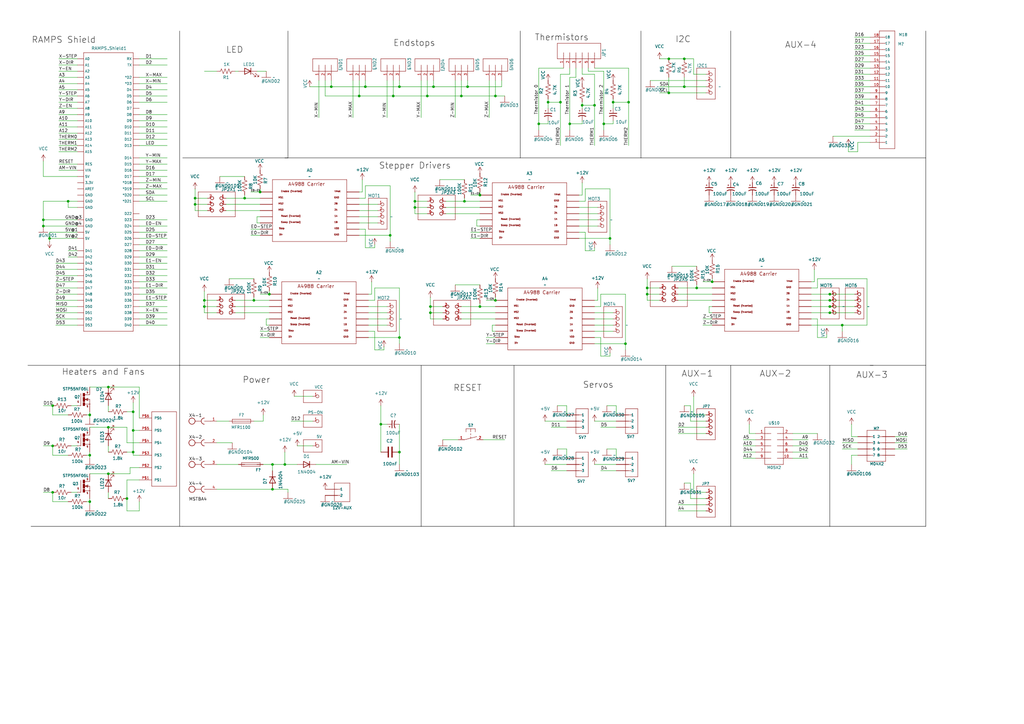
<source format=kicad_sch>
(kicad_sch (version 20231120) (generator "eeschema") (generator_version "8.0")
  (paper "A3")
  (junction (at 285.75 118.11))
  (junction (at 21.59 182.88))
  (junction (at 36.83 170.18))
  (junction (at 190.5 82.55))
  (junction (at 265.43 120.65))
  (junction (at 21.59 166.37))
  (junction (at 147.32 39.37))
  (junction (at 251.46 41.91))
  (junction (at 163.83 35.56))
  (junction (at 27.94 82.55))
  (junction (at 274.32 24.13))
  (junction (at 257.81 41.91))
  (junction (at 149.86 35.56))
  (junction (at 104.14 123.19))
  (junction (at 340.36 125.73))
  (junction (at 100.33 81.28))
  (junction (at 229.87 41.91))
  (junction (at 52.07 204.47))
  (junction (at 203.2 39.37))
  (junction (at 265.43 118.11))
  (junction (at 111.76 200.66))
  (junction (at 340.36 123.19))
  (junction (at 54.61 168.91))
  (junction (at 80.01 81.28))
  (junction (at 135.89 35.56))
  (junction (at 250.19 97.79))
  (junction (at 163.83 185.42))
  (junction (at 80.01 83.82))
  (junction (at 196.85 125.73))
  (junction (at 238.76 43.18))
  (junction (at 176.53 128.27))
  (junction (at 233.68 50.8))
  (junction (at 156.21 173.99))
  (junction (at 110.49 120.65))
  (junction (at 116.84 190.5))
  (junction (at 340.36 128.27))
  (junction (at 292.1 115.57))
  (junction (at 340.36 120.65))
  (junction (at 111.76 190.5))
  (junction (at 280.67 35.56))
  (junction (at 54.61 185.42))
  (junction (at 161.29 39.37))
  (junction (at 176.53 125.73))
  (junction (at 256.54 140.97))
  (junction (at 44.45 175.26))
  (junction (at 160.02 96.52))
  (junction (at 163.83 138.43))
  (junction (at 220.98 50.8))
  (junction (at 280.67 24.13))
  (junction (at 170.18 82.55))
  (junction (at 175.26 39.37))
  (junction (at 191.77 35.56))
  (junction (at 203.2 123.19))
  (junction (at 83.82 123.19))
  (junction (at 36.83 205.74))
  (junction (at 17.78 90.17))
  (junction (at 243.84 43.18))
  (junction (at 44.45 194.31))
  (junction (at 247.65 50.8))
  (junction (at 177.8 35.56))
  (junction (at 170.18 85.09))
  (junction (at 54.61 176.53))
  (junction (at 20.32 97.79))
  (junction (at 44.45 158.75))
  (junction (at 17.78 92.71))
  (junction (at 189.23 39.37))
  (junction (at 196.85 80.01))
  (junction (at 224.79 41.91))
  (junction (at 345.44 133.35))
  (junction (at 274.32 38.1))
  (junction (at 83.82 125.73))
  (junction (at 21.59 201.93))
  (junction (at 106.68 78.74))
  (junction (at 36.83 186.69))
  (wire (pts (xy 229.87 41.91) (xy 229.87 59.69)))
  (wire (pts (xy 104.14 172.72) (xy 107.95 172.72)))
  (wire (pts (xy 57.15 186.69) (xy 54.61 186.69)))
  (wire (pts (xy 193.04 80.01) (xy 196.85 80.01)))
  (wire (pts (xy 193.04 97.79) (xy 196.85 97.79)))
  (wire (pts (xy 57.15 102.87) (xy 68.58 102.87)))
  (wire (pts (xy 195.58 90.17) (xy 195.58 92.71)))
  (wire (pts (xy 196.85 124.46) (xy 196.85 125.73)))
  (wire (pts (xy 270.51 123.19) (xy 265.43 123.19)))
  (wire (pts (xy 96.52 125.73) (xy 110.49 125.73)))
  (wire (pts (xy 90.17 72.39) (xy 100.33 72.39)))
  (wire (pts (xy 57.15 41.91) (xy 68.58 41.91)))
  (wire (pts (xy 243.84 125.73) (xy 246.38 125.73)))
  (wire (pts (xy 24.13 59.69) (xy 31.75 59.69)))
  (wire (pts (xy 57.15 82.55) (xy 68.58 82.55)))
  (wire (pts (xy 27.94 85.09) (xy 27.94 82.55)))
  (wire (pts (xy 351.79 179.07) (xy 349.25 179.07)))
  (wire (pts (xy 54.61 165.1) (xy 54.61 168.91)))
  (polyline (pts (xy 340.36 215.9) (xy 340.36 149.86)) (stroke (width 0) (color 0 0 0 1)))
  (polyline (pts (xy 340.36 215.9) (xy 379.73 215.9)) (stroke (width 0) (color 0 0 0 1)))
  (wire (pts (xy 270.51 118.11) (xy 265.43 118.11)))
  (wire (pts (xy 88.9 172.72) (xy 93.98 172.72)))
  (wire (pts (xy 238.76 50.8) (xy 238.76 49.53)))
  (wire (pts (xy 31.75 95.25) (xy 20.32 95.25)))
  (wire (pts (xy 191.77 35.56) (xy 205.74 35.56)))
  (wire (pts (xy 345.44 181.61) (xy 351.79 181.61)))
  (wire (pts (xy 233.68 50.8) (xy 238.76 50.8)))
  (wire (pts (xy 182.88 82.55) (xy 190.5 82.55)))
  (wire (pts (xy 22.86 130.81) (xy 31.75 130.81)))
  (wire (pts (xy 57.15 128.27) (xy 68.58 128.27)))
  (wire (pts (xy 292.1 114.3) (xy 292.1 115.57)))
  (wire (pts (xy 57.15 181.61) (xy 52.07 181.61)))
  (wire (pts (xy 144.78 33.02) (xy 144.78 48.26)))
  (wire (pts (xy 278.13 175.26) (xy 289.56 175.26)))
  (wire (pts (xy 236.22 27.94) (xy 236.22 31.75)))
  (wire (pts (xy 284.48 30.48) (xy 284.48 24.13)))
  (wire (pts (xy 22.86 128.27) (xy 31.75 128.27)))
  (wire (pts (xy 106.68 135.89) (xy 110.49 135.89)))
  (wire (pts (xy 57.15 123.19) (xy 68.58 123.19)))
  (wire (pts (xy 105.41 29.21) (xy 109.22 29.21)))
  (wire (pts (xy 335.28 138.43) (xy 339.09 138.43)))
  (wire (pts (xy 199.39 140.97) (xy 203.2 140.97)))
  (wire (pts (xy 133.35 39.37) (xy 147.32 39.37)))
  (wire (pts (xy 24.13 24.13) (xy 31.75 24.13)))
  (wire (pts (xy 35.56 186.69) (xy 36.83 186.69)))
  (wire (pts (xy 243.84 138.43) (xy 246.38 138.43)))
  (wire (pts (xy 190.5 82.55) (xy 196.85 82.55)))
  (wire (pts (xy 290.83 125.73) (xy 290.83 128.27)))
  (wire (pts (xy 335.28 118.11) (xy 335.28 114.3)))
  (wire (pts (xy 283.21 204.47) (xy 289.56 204.47)))
  (wire (pts (xy 243.84 43.18) (xy 243.84 59.69)))
  (wire (pts (xy 350.52 45.72) (xy 356.87 45.72)))
  (wire (pts (xy 24.13 39.37) (xy 31.75 39.37)))
  (wire (pts (xy 163.83 35.56) (xy 177.8 35.56)))
  (wire (pts (xy 105.41 88.9) (xy 105.41 91.44)))
  (wire (pts (xy 57.15 57.15) (xy 68.58 57.15)))
  (wire (pts (xy 85.09 81.28) (xy 80.01 81.28)))
  (wire (pts (xy 238.76 74.93) (xy 238.76 80.01)))
  (wire (pts (xy 104.14 123.19) (xy 110.49 123.19)))
  (wire (pts (xy 355.6 114.3) (xy 355.6 133.35)))
  (wire (pts (xy 88.9 181.61) (xy 95.25 181.61)))
  (wire (pts (xy 270.51 24.13) (xy 274.32 24.13)))
  (wire (pts (xy 29.21 182.88) (xy 31.75 182.88)))
  (wire (pts (xy 57.15 31.75) (xy 68.58 31.75)))
  (wire (pts (xy 57.15 107.95) (xy 68.58 107.95)))
  (wire (pts (xy 119.38 172.72) (xy 128.27 172.72)))
  (wire (pts (xy 229.87 30.48) (xy 229.87 41.91)))
  (wire (pts (xy 148.59 73.66) (xy 148.59 78.74)))
  (polyline (pts (xy 379.73 64.77) (xy 379.73 12.7)) (stroke (width 0) (color 0 0 0 1)))
  (wire (pts (xy 335.28 114.3) (xy 355.6 114.3)))
  (wire (pts (xy 57.15 105.41) (xy 68.58 105.41)))
  (wire (pts (xy 247.65 29.21) (xy 247.65 50.8)))
  (wire (pts (xy 189.23 33.02) (xy 189.23 39.37)))
  (wire (pts (xy 24.13 67.31) (xy 31.75 67.31)))
  (wire (pts (xy 250.19 144.78) (xy 250.19 146.05)))
  (wire (pts (xy 280.67 24.13) (xy 284.48 24.13)))
  (wire (pts (xy 280.67 166.37) (xy 283.21 166.37)))
  (wire (pts (xy 24.13 54.61) (xy 31.75 54.61)))
  (wire (pts (xy 36.83 186.69) (xy 36.83 187.96)))
  (wire (pts (xy 246.38 138.43) (xy 246.38 146.05)))
  (wire (pts (xy 21.59 182.88) (xy 21.59 186.69)))
  (wire (pts (xy 278.13 120.65) (xy 292.1 120.65)))
  (wire (pts (xy 325.12 180.34) (xy 331.47 180.34)))
  (wire (pts (xy 31.75 82.55) (xy 27.94 82.55)))
  (wire (pts (xy 232.41 170.18) (xy 232.41 166.37)))
  (wire (pts (xy 237.49 92.71) (xy 245.11 92.71)))
  (wire (pts (xy 35.56 205.74) (xy 36.83 205.74)))
  (wire (pts (xy 181.61 125.73) (xy 176.53 125.73)))
  (wire (pts (xy 151.13 130.81) (xy 158.75 130.81)))
  (wire (pts (xy 347.98 62.23) (xy 351.79 62.23)))
  (wire (pts (xy 345.44 133.35) (xy 345.44 135.89)))
  (wire (pts (xy 250.19 77.47) (xy 250.19 97.79)))
  (wire (pts (xy 246.38 120.65) (xy 256.54 120.65)))
  (wire (pts (xy 24.13 34.29) (xy 31.75 34.29)))
  (polyline (pts (xy 379.73 215.9) (xy 379.73 149.86)) (stroke (width 0) (color 0 0 0 1)))
  (wire (pts (xy 304.8 180.34) (xy 309.88 180.34)))
  (wire (pts (xy 243.84 27.94) (xy 257.81 27.94)))
  (wire (pts (xy 278.13 123.19) (xy 292.1 123.19)))
  (wire (pts (xy 17.78 82.55) (xy 17.78 90.17)))
  (wire (pts (xy 182.88 87.63) (xy 196.85 87.63)))
  (wire (pts (xy 198.12 180.34) (xy 207.01 180.34)))
  (wire (pts (xy 88.9 123.19) (xy 83.82 123.19)))
  (wire (pts (xy 288.29 133.35) (xy 292.1 133.35)))
  (wire (pts (xy 163.83 118.11) (xy 163.83 138.43)))
  (wire (pts (xy 36.83 204.47) (xy 36.83 205.74)))
  (polyline (pts (xy 213.36 12.7) (xy 213.36 64.77)) (stroke (width 0) (color 0 0 0 1)))
  (wire (pts (xy 224.79 49.53) (xy 224.79 50.8)))
  (wire (pts (xy 257.81 41.91) (xy 251.46 41.91)))
  (wire (pts (xy 332.74 115.57) (xy 334.01 115.57)))
  (wire (pts (xy 111.76 190.5) (xy 111.76 193.04)))
  (wire (pts (xy 266.7 33.02) (xy 289.56 33.02)))
  (wire (pts (xy 57.15 115.57) (xy 68.58 115.57)))
  (wire (pts (xy 151.13 123.19) (xy 153.67 123.19)))
  (wire (pts (xy 199.39 138.43) (xy 203.2 138.43)))
  (wire (pts (xy 290.83 128.27) (xy 292.1 128.27)))
  (wire (pts (xy 190.5 81.28) (xy 190.5 82.55)))
  (wire (pts (xy 97.79 29.21) (xy 96.52 29.21)))
  (wire (pts (xy 280.67 35.56) (xy 289.56 35.56)))
  (wire (pts (xy 367.03 181.61) (xy 372.11 181.61)))
  (polyline (pts (xy 172.72 215.9) (xy 210.82 215.9)) (stroke (width 0) (color 0 0 0 1)))
  (wire (pts (xy 176.53 130.81) (xy 176.53 128.27)))
  (wire (pts (xy 24.13 57.15) (xy 31.75 57.15)))
  (wire (pts (xy 238.76 43.18) (xy 238.76 44.45)))
  (wire (pts (xy 24.13 36.83) (xy 31.75 36.83)))
  (wire (pts (xy 237.49 95.25) (xy 240.03 95.25)))
  (wire (pts (xy 151.13 135.89) (xy 153.67 135.89)))
  (wire (pts (xy 278.13 177.8) (xy 289.56 177.8)))
  (wire (pts (xy 57.15 46.99) (xy 68.58 46.99)))
  (wire (pts (xy 80.01 86.36) (xy 80.01 83.82)))
  (wire (pts (xy 243.84 43.18) (xy 238.76 43.18)))
  (wire (pts (xy 105.41 91.44) (xy 106.68 91.44)))
  (wire (pts (xy 24.13 62.23) (xy 31.75 62.23)))
  (wire (pts (xy 189.23 125.73) (xy 196.85 125.73)))
  (wire (pts (xy 153.67 123.19) (xy 153.67 118.11)))
  (wire (pts (xy 21.59 201.93) (xy 21.59 205.74)))
  (wire (pts (xy 170.18 87.63) (xy 170.18 85.09)))
  (wire (pts (xy 110.49 119.38) (xy 110.49 120.65)))
  (wire (pts (xy 83.82 123.19) (xy 83.82 125.73)))
  (wire (pts (xy 233.68 50.8) (xy 233.68 53.34)))
  (wire (pts (xy 31.75 72.39) (xy 17.78 72.39)))
  (wire (pts (xy 236.22 31.75) (xy 233.68 31.75)))
  (wire (pts (xy 147.32 88.9) (xy 154.94 88.9)))
  (wire (pts (xy 36.83 175.26) (xy 44.45 175.26)))
  (wire (pts (xy 151.13 128.27) (xy 158.75 128.27)))
  (wire (pts (xy 332.74 123.19) (xy 340.36 123.19)))
  (wire (pts (xy 57.15 130.81) (xy 68.58 130.81)))
  (wire (pts (xy 17.78 201.93) (xy 21.59 201.93)))
  (wire (pts (xy 247.65 50.8) (xy 247.65 53.34)))
  (wire (pts (xy 83.82 29.21) (xy 88.9 29.21)))
  (wire (pts (xy 24.13 46.99) (xy 31.75 46.99)))
  (wire (pts (xy 175.26 82.55) (xy 170.18 82.55)))
  (wire (pts (xy 325.12 187.96) (xy 331.47 187.96)))
  (wire (pts (xy 278.13 207.01) (xy 289.56 207.01)))
  (wire (pts (xy 118.11 200.66) (xy 118.11 201.93)))
  (wire (pts (xy 57.15 24.13) (xy 68.58 24.13)))
  (wire (pts (xy 20.32 95.25) (xy 20.32 97.79)))
  (wire (pts (xy 35.56 170.18) (xy 36.83 170.18)))
  (wire (pts (xy 350.52 33.02) (xy 356.87 33.02)))
  (wire (pts (xy 186.69 33.02) (xy 186.69 48.26)))
  (wire (pts (xy 248.92 166.37) (xy 252.73 166.37)))
  (wire (pts (xy 243.84 101.6) (xy 243.84 102.87)))
  (wire (pts (xy 160.02 76.2) (xy 160.02 96.52)))
  (wire (pts (xy 350.52 30.48) (xy 356.87 30.48)))
  (polyline (pts (xy 273.05 215.9) (xy 273.05 149.86)) (stroke (width 0) (color 0 0 0 1)))
  (polyline (pts (xy 73.66 149.86) (xy 11.43 149.86)) (stroke (width 0) (color 0 0 0 1)))
  (wire (pts (xy 106.68 77.47) (xy 106.68 78.74)))
  (wire (pts (xy 153.67 118.11) (xy 163.83 118.11)))
  (wire (pts (xy 243.84 130.81) (xy 251.46 130.81)))
  (wire (pts (xy 270.51 38.1) (xy 274.32 38.1)))
  (wire (pts (xy 92.71 81.28) (xy 100.33 81.28)))
  (wire (pts (xy 54.61 176.53) (xy 54.61 185.42)))
  (wire (pts (xy 345.44 133.35) (xy 332.74 133.35)))
  (wire (pts (xy 200.66 33.02) (xy 200.66 48.26)))
  (wire (pts (xy 24.13 52.07) (xy 31.75 52.07)))
  (wire (pts (xy 22.86 110.49) (xy 31.75 110.49)))
  (wire (pts (xy 22.86 115.57) (xy 31.75 115.57)))
  (wire (pts (xy 36.83 171.45) (xy 36.83 170.18)))
  (wire (pts (xy 274.32 38.1) (xy 289.56 38.1)))
  (wire (pts (xy 176.53 125.73) (xy 176.53 121.92)))
  (wire (pts (xy 205.74 33.02) (xy 205.74 35.56)))
  (wire (pts (xy 149.86 35.56) (xy 163.83 35.56)))
  (wire (pts (xy 228.6 166.37) (xy 232.41 166.37)))
  (wire (pts (xy 88.9 128.27) (xy 83.82 128.27)))
  (wire (pts (xy 196.85 90.17) (xy 195.58 90.17)))
  (wire (pts (xy 151.13 133.35) (xy 158.75 133.35)))
  (wire (pts (xy 304.8 182.88) (xy 309.88 182.88)))
  (wire (pts (xy 196.85 78.74) (xy 196.85 80.01)))
  (polyline (pts (xy 73.66 149.86) (xy 73.66 215.9)) (stroke (width 0) (color 0 0 0 1)))
  (wire (pts (xy 256.54 140.97) (xy 256.54 143.51)))
  (wire (pts (xy 17.78 182.88) (xy 21.59 182.88)))
  (wire (pts (xy 57.15 59.69) (xy 68.58 59.69)))
  (wire (pts (xy 237.49 87.63) (xy 245.11 87.63)))
  (wire (pts (xy 275.59 109.22) (xy 285.75 109.22)))
  (wire (pts (xy 52.07 181.61) (xy 52.07 175.26)))
  (wire (pts (xy 304.8 187.96) (xy 309.88 187.96)))
  (wire (pts (xy 111.76 200.66) (xy 118.11 200.66)))
  (wire (pts (xy 158.75 33.02) (xy 158.75 48.26)))
  (polyline (pts (xy 12.7 215.9) (xy 74.93 215.9)) (stroke (width 0) (color 0 0 0 1)))
  (wire (pts (xy 54.61 176.53) (xy 57.15 176.53)))
  (wire (pts (xy 246.38 146.05) (xy 250.19 146.05)))
  (wire (pts (xy 351.79 62.23) (xy 351.79 58.42)))
  (wire (pts (xy 175.26 33.02) (xy 175.26 39.37)))
  (wire (pts (xy 251.46 50.8) (xy 251.46 49.53)))
  (wire (pts (xy 350.52 17.78) (xy 356.87 17.78)))
  (wire (pts (xy 224.79 41.91) (xy 224.79 44.45)))
  (wire (pts (xy 243.84 128.27) (xy 251.46 128.27)))
  (wire (pts (xy 57.15 72.39) (xy 68.58 72.39)))
  (wire (pts (xy 133.35 33.02) (xy 133.35 39.37)))
  (wire (pts (xy 203.2 33.02) (xy 203.2 39.37)))
  (wire (pts (xy 292.1 125.73) (xy 290.83 125.73)))
  (wire (pts (xy 340.36 125.73) (xy 350.52 125.73)))
  (wire (pts (xy 177.8 33.02) (xy 177.8 35.56)))
  (wire (pts (xy 29.21 166.37) (xy 31.75 166.37)))
  (wire (pts (xy 284.48 162.56) (xy 284.48 170.18)))
  (wire (pts (xy 243.84 135.89) (xy 251.46 135.89)))
  (wire (pts (xy 44.45 194.31) (xy 36.83 194.31)))
  (wire (pts (xy 350.52 20.32) (xy 356.87 20.32)))
  (wire (pts (xy 120.65 162.56) (xy 128.27 162.56)))
  (wire (pts (xy 350.52 27.94) (xy 356.87 27.94)))
  (wire (pts (xy 80.01 81.28) (xy 80.01 77.47)))
  (wire (pts (xy 163.83 173.99) (xy 163.83 185.42)))
  (wire (pts (xy 288.29 130.81) (xy 292.1 130.81)))
  (wire (pts (xy 53.34 191.77) (xy 53.34 194.31)))
  (wire (pts (xy 151.13 120.65) (xy 152.4 120.65)))
  (wire (pts (xy 104.14 121.92) (xy 104.14 123.19)))
  (wire (pts (xy 177.8 35.56) (xy 191.77 35.56)))
  (wire (pts (xy 24.13 31.75) (xy 31.75 31.75)))
  (wire (pts (xy 176.53 125.73) (xy 176.53 128.27)))
  (polyline (pts (xy 116.84 64.77) (xy 213.36 64.77)) (stroke (width 0) (color 0 0 0 1)))
  (wire (pts (xy 20.32 97.79) (xy 20.32 99.06)))
  (wire (pts (xy 224.79 50.8) (xy 220.98 50.8)))
  (wire (pts (xy 22.86 125.73) (xy 31.75 125.73)))
  (wire (pts (xy 233.68 30.48) (xy 229.87 30.48)))
  (wire (pts (xy 57.15 191.77) (xy 53.34 191.77)))
  (wire (pts (xy 288.29 115.57) (xy 292.1 115.57)))
  (wire (pts (xy 238.76 27.94) (xy 238.76 30.48)))
  (wire (pts (xy 57.15 36.83) (xy 68.58 36.83)))
  (wire (pts (xy 152.4 115.57) (xy 152.4 120.65)))
  (wire (pts (xy 340.36 123.19) (xy 350.52 123.19)))
  (wire (pts (xy 307.34 173.99) (xy 307.34 177.8)))
  (wire (pts (xy 147.32 83.82) (xy 154.94 83.82)))
  (wire (pts (xy 240.03 102.87) (xy 243.84 102.87)))
  (wire (pts (xy 367.03 179.07) (xy 372.11 179.07)))
  (wire (pts (xy 250.19 97.79) (xy 237.49 97.79)))
  (wire (pts (xy 248.92 184.15) (xy 252.73 184.15)))
  (wire (pts (xy 93.98 114.3) (xy 104.14 114.3)))
  (wire (pts (xy 220.98 50.8) (xy 220.98 53.34)))
  (polyline (pts (xy 299.72 64.77) (xy 379.73 64.77)) (stroke (width 0) (color 0 0 0 1)))
  (wire (pts (xy 57.15 54.61) (xy 68.58 54.61)))
  (wire (pts (xy 285.75 118.11) (xy 292.1 118.11)))
  (wire (pts (xy 280.67 198.12) (xy 283.21 198.12)))
  (wire (pts (xy 367.03 184.15) (xy 372.11 184.15)))
  (wire (pts (xy 332.74 120.65) (xy 340.36 120.65)))
  (wire (pts (xy 203.2 39.37) (xy 207.01 39.37)))
  (wire (pts (xy 332.74 118.11) (xy 335.28 118.11)))
  (wire (pts (xy 149.86 33.02) (xy 149.86 35.56)))
  (wire (pts (xy 189.23 128.27) (xy 203.2 128.27)))
  (wire (pts (xy 289.56 172.72) (xy 283.21 172.72)))
  (wire (pts (xy 350.52 22.86) (xy 356.87 22.86)))
  (wire (pts (xy 265.43 118.11) (xy 265.43 120.65)))
  (wire (pts (xy 24.13 26.67) (xy 31.75 26.67)))
  (wire (pts (xy 350.52 48.26) (xy 356.87 48.26)))
  (wire (pts (xy 24.13 44.45) (xy 31.75 44.45)))
  (wire (pts (xy 44.45 201.93) (xy 44.45 204.47)))
  (wire (pts (xy 52.07 185.42) (xy 54.61 185.42)))
  (wire (pts (xy 147.32 86.36) (xy 154.94 86.36)))
  (wire (pts (xy 186.69 116.84) (xy 196.85 116.84)))
  (polyline (pts (xy 299.72 215.9) (xy 340.36 215.9)) (stroke (width 0) (color 0 0 0 1)))
  (wire (pts (xy 36.83 205.74) (xy 36.83 207.01)))
  (wire (pts (xy 350.52 43.18) (xy 356.87 43.18)))
  (wire (pts (xy 240.03 77.47) (xy 250.19 77.47)))
  (wire (pts (xy 193.04 95.25) (xy 196.85 95.25)))
  (wire (pts (xy 96.52 128.27) (xy 110.49 128.27)))
  (wire (pts (xy 350.52 35.56) (xy 356.87 35.56)))
  (wire (pts (xy 274.32 24.13) (xy 280.67 24.13)))
  (wire (pts (xy 181.61 128.27) (xy 176.53 128.27)))
  (wire (pts (xy 237.49 85.09) (xy 245.11 85.09)))
  (wire (pts (xy 44.45 182.88) (xy 44.45 185.42)))
  (wire (pts (xy 163.83 33.02) (xy 163.83 35.56)))
  (wire (pts (xy 129.54 190.5) (xy 142.24 190.5)))
  (wire (pts (xy 243.84 30.48) (xy 243.84 43.18)))
  (wire (pts (xy 24.13 29.21) (xy 31.75 29.21)))
  (wire (pts (xy 57.15 90.17) (xy 68.58 90.17)))
  (wire (pts (xy 339.09 137.16) (xy 339.09 138.43)))
  (wire (pts (xy 57.15 100.33) (xy 68.58 100.33)))
  (wire (pts (xy 191.77 33.02) (xy 191.77 35.56)))
  (wire (pts (xy 341.63 55.88) (xy 356.87 55.88)))
  (wire (pts (xy 283.21 172.72) (xy 283.21 166.37)))
  (wire (pts (xy 160.02 96.52) (xy 147.32 96.52)))
  (wire (pts (xy 57.15 171.45) (xy 57.15 158.75)))
  (wire (pts (xy 195.58 92.71) (xy 196.85 92.71)))
  (polyline (pts (xy 299.72 215.9) (xy 299.72 149.86)) (stroke (width 0) (color 0 0 0 1)))
  (polyline (pts (xy 73.66 149.86) (xy 358.14 149.86)) (stroke (width 0) (color 0 0 0 1)))
  (wire (pts (xy 57.15 133.35) (xy 68.58 133.35)))
  (wire (pts (xy 31.75 85.09) (xy 27.94 85.09)))
  (wire (pts (xy 107.95 170.18) (xy 107.95 172.72)))
  (wire (pts (xy 283.21 204.47) (xy 283.21 198.12)))
  (wire (pts (xy 332.74 125.73) (xy 340.36 125.73)))
  (wire (pts (xy 247.65 50.8) (xy 251.46 50.8)))
  (wire (pts (xy 57.15 69.85) (xy 68.58 69.85)))
  (wire (pts (xy 24.13 69.85) (xy 31.75 69.85)))
  (wire (pts (xy 127 35.56) (xy 135.89 35.56)))
  (polyline (pts (xy 172.72 215.9) (xy 172.72 149.86)) (stroke (width 0) (color 0 0 0 1)))
  (wire (pts (xy 147.32 78.74) (xy 148.59 78.74)))
  (wire (pts (xy 349.25 186.69) (xy 349.25 190.5)))
  (wire (pts (xy 147.32 33.02) (xy 147.32 39.37)))
  (wire (pts (xy 27.94 82.55) (xy 17.78 82.55)))
  (wire (pts (xy 170.18 82.55) (xy 170.18 78.74)))
  (wire (pts (xy 289.56 170.18) (xy 284.48 170.18)))
  (wire (pts (xy 163.83 138.43) (xy 163.83 140.97)))
  (wire (pts (xy 147.32 93.98) (xy 149.86 93.98)))
  (wire (pts (xy 163.83 185.42) (xy 163.83 190.5)))
  (wire (pts (xy 238.76 30.48) (xy 243.84 30.48)))
  (wire (pts (xy 347.98 59.69) (xy 347.98 62.23)))
  (wire (pts (xy 57.15 95.25) (xy 68.58 95.25)))
  (wire (pts (xy 57.15 80.01) (xy 68.58 80.01)))
  (wire (pts (xy 350.52 40.64) (xy 356.87 40.64)))
  (wire (pts (xy 180.34 73.66) (xy 190.5 73.66)))
  (polyline (pts (xy 379.73 149.86) (xy 356.87 149.86)) (stroke (width 0) (color 0 0 0 1)))
  (wire (pts (xy 240.03 95.25) (xy 240.03 102.87)))
  (wire (pts (xy 250.19 97.79) (xy 250.19 100.33)))
  (wire (pts (xy 57.15 113.03) (xy 68.58 113.03)))
  (wire (pts (xy 340.36 128.27) (xy 350.52 128.27)))
  (wire (pts (xy 106.68 120.65) (xy 110.49 120.65)))
  (wire (pts (xy 284.48 201.93) (xy 289.56 201.93)))
  (wire (pts (xy 245.11 118.11) (xy 245.11 123.19)))
  (wire (pts (xy 27.94 102.87) (xy 31.75 102.87)))
  (wire (pts (xy 201.93 135.89) (xy 203.2 135.89)))
  (wire (pts (xy 53.34 194.31) (xy 44.45 194.31)))
  (wire (pts (xy 92.71 83.82) (xy 106.68 83.82)))
  (wire (pts (xy 21.59 170.18) (xy 27.94 170.18)))
  (wire (pts (xy 233.68 27.94) (xy 233.68 30.48)))
  (wire (pts (xy 52.07 209.55) (xy 57.15 209.55)))
  (wire (pts (xy 52.07 204.47) (xy 52.07 209.55)))
  (wire (pts (xy 175.26 39.37) (xy 189.23 39.37)))
  (wire (pts (xy 17.78 66.04) (xy 17.78 72.39)))
  (wire (pts (xy 160.02 96.52) (xy 160.02 99.06)))
  (wire (pts (xy 340.36 120.65) (xy 350.52 120.65)))
  (wire (pts (xy 156.21 173.99) (xy 156.21 185.42)))
  (wire (pts (xy 29.21 201.93) (xy 31.75 201.93)))
  (wire (pts (xy 355.6 133.35) (xy 345.44 133.35)))
  (wire (pts (xy 57.15 26.67) (xy 68.58 26.67)))
  (wire (pts (xy 21.59 186.69) (xy 27.94 186.69)))
  (wire (pts (xy 349.25 173.99) (xy 349.25 179.07)))
  (wire (pts (xy 285.75 116.84) (xy 285.75 118.11)))
  (wire (pts (xy 196.85 125.73) (xy 203.2 125.73)))
  (wire (pts (xy 289.56 30.48) (xy 284.48 30.48)))
  (wire (pts (xy 57.15 64.77) (xy 68.58 64.77)))
  (wire (pts (xy 102.87 96.52) (xy 106.68 96.52)))
  (wire (pts (xy 17.78 90.17) (xy 17.78 92.71)))
  (wire (pts (xy 251.46 41.91) (xy 251.46 44.45)))
  (wire (pts (xy 88.9 200.66) (xy 111.76 200.66)))
  (polyline (pts (xy 74.93 215.9) (xy 172.72 215.9)) (stroke (width 0) (color 0 0 0 1)))
  (wire (pts (xy 80.01 81.28) (xy 80.01 83.82)))
  (wire (pts (xy 265.43 118.11) (xy 265.43 114.3)))
  (polyline (pts (xy 262.89 12.7) (xy 262.89 64.77)) (stroke (width 0) (color 0 0 0 1)))
  (wire (pts (xy 85.09 83.82) (xy 80.01 83.82)))
  (wire (pts (xy 22.86 123.19) (xy 31.75 123.19)))
  (wire (pts (xy 189.23 130.81) (xy 203.2 130.81)))
  (wire (pts (xy 22.86 118.11) (xy 31.75 118.11)))
  (wire (pts (xy 135.89 33.02) (xy 135.89 35.56)))
  (wire (pts (xy 156.21 173.99) (xy 158.75 173.99)))
  (polyline (pts (xy 262.89 64.77) (xy 299.72 64.77)) (stroke (width 0) (color 0 0 0 1)))
  (wire (pts (xy 170.18 82.55) (xy 170.18 85.09)))
  (wire (pts (xy 57.15 34.29) (xy 68.58 34.29)))
  (wire (pts (xy 350.52 15.24) (xy 356.87 15.24)))
  (wire (pts (xy 57.15 97.79) (xy 68.58 97.79)))
  (wire (pts (xy 106.68 138.43) (xy 110.49 138.43)))
  (wire (pts (xy 181.61 130.81) (xy 176.53 130.81)))
  (wire (pts (xy 163.83 138.43) (xy 151.13 138.43)))
  (wire (pts (xy 345.44 184.15) (xy 351.79 184.15)))
  (wire (pts (xy 135.89 35.56) (xy 149.86 35.56)))
  (wire (pts (xy 44.45 175.26) (xy 52.07 175.26)))
  (polyline (pts (xy 299.72 12.7) (xy 299.72 64.77)) (stroke (width 0) (color 0 0 0 1)))
  (wire (pts (xy 57.15 125.73) (xy 68.58 125.73)))
  (wire (pts (xy 274.32 31.75) (xy 274.32 38.1)))
  (polyline (pts (xy 213.36 64.77) (xy 262.89 64.77)) (stroke (width 0) (color 0 0 0 1)))
  (wire (pts (xy 246.38 175.26) (xy 252.73 175.26)))
  (wire (pts (xy 284.48 194.31) (xy 284.48 201.93)))
  (wire (pts (xy 57.15 196.85) (xy 52.07 196.85)))
  (wire (pts (xy 57.15 67.31) (xy 68.58 67.31)))
  (wire (pts (xy 22.86 107.95) (xy 31.75 107.95)))
  (wire (pts (xy 106.68 88.9) (xy 105.41 88.9)))
  (wire (pts (xy 237.49 80.01) (xy 238.76 80.01)))
  (wire (pts (xy 149.86 81.28) (xy 149.86 76.2)))
  (wire (pts (xy 24.13 41.91) (xy 31.75 41.91)))
  (wire (pts (xy 116.84 190.5) (xy 121.92 190.5)))
  (wire (pts (xy 17.78 92.71) (xy 31.75 92.71)))
  (wire (pts (xy 243.84 123.19) (xy 245.11 123.19)))
  (wire (pts (xy 325.12 182.88) (xy 331.47 182.88)))
  (wire (pts (xy 88.9 190.5) (xy 97.79 190.5)))
  (wire (pts (xy 223.52 190.5) (xy 232.41 190.5)))
  (wire (pts (xy 54.61 168.91) (xy 54.61 176.53)))
  (wire (pts (xy 57.15 52.07) (xy 68.58 52.07)))
  (wire (pts (xy 332.74 130.81) (xy 335.28 130.81)))
  (wire (pts (xy 199.39 123.19) (xy 203.2 123.19)))
  (wire (pts (xy 265.43 123.19) (xy 265.43 120.65)))
  (wire (pts (xy 151.13 125.73) (xy 158.75 125.73)))
  (wire (pts (xy 44.45 158.75) (xy 36.83 158.75)))
  (wire (pts (xy 240.03 82.55) (xy 240.03 77.47)))
  (wire (pts (xy 161.29 33.02) (xy 161.29 39.37)))
  (wire (pts (xy 100.33 81.28) (xy 106.68 81.28)))
  (wire (pts (xy 88.9 125.73) (xy 83.82 125.73)))
  (wire (pts (xy 232.41 187.96) (xy 232.41 184.15)))
  (wire (pts (xy 22.86 120.65) (xy 31.75 120.65)))
  (wire (pts (xy 189.23 39.37) (xy 203.2 39.37)))
  (wire (pts (xy 109.22 130.81) (xy 109.22 133.35)))
  (wire (pts (xy 153.67 135.89) (xy 153.67 143.51)))
  (wire (pts (xy 350.52 53.34) (xy 356.87 53.34)))
  (wire (pts (xy 335.28 130.81) (xy 335.28 138.43)))
  (wire (pts (xy 203.2 121.92) (xy 203.2 123.19)))
  (wire (pts (xy 350.52 25.4) (xy 356.87 25.4)))
  (wire (pts (xy 102.87 78.74) (xy 106.68 78.74)))
  (polyline (pts (xy 210.82 215.9) (xy 273.05 215.9)) (stroke (width 0) (color 0 0 0 1)))
  (wire (pts (xy 233.68 31.75) (xy 233.68 50.8)))
  (wire (pts (xy 246.38 125.73) (xy 246.38 120.65)))
  (polyline (pts (xy 273.05 215.9) (xy 299.72 215.9)) (stroke (width 0) (color 0 0 0 1)))
  (wire (pts (xy 107.95 190.5) (xy 111.76 190.5)))
  (wire (pts (xy 57.15 205.74) (xy 57.15 209.55)))
  (wire (pts (xy 237.49 82.55) (xy 240.03 82.55)))
  (wire (pts (xy 270.51 120.65) (xy 265.43 120.65)))
  (wire (pts (xy 57.15 39.37) (xy 68.58 39.37)))
  (wire (pts (xy 121.92 182.88) (xy 128.27 182.88)))
  (wire (pts (xy 251.46 40.64) (xy 251.46 41.91)))
  (wire (pts (xy 220.98 27.94) (xy 220.98 50.8)))
  (wire (pts (xy 270.51 35.56) (xy 280.67 35.56)))
  (wire (pts (xy 36.83 168.91) (xy 36.83 170.18)))
  (wire (pts (xy 201.93 133.35) (xy 201.93 135.89)))
  (wire (pts (xy 57.15 74.93) (xy 68.58 74.93)))
  (wire (pts (xy 332.74 128.27) (xy 340.36 128.27)))
  (wire (pts (xy 156.21 166.37) (xy 156.21 173.99)))
  (wire (pts (xy 223.52 172.72) (xy 232.41 172.72)))
  (wire (pts (xy 21.59 166.37) (xy 21.59 170.18)))
  (wire (pts (xy 27.94 105.41) (xy 31.75 105.41)))
  (wire (pts (xy 334.01 110.49) (xy 334.01 115.57)))
  (wire (pts (xy 350.52 38.1) (xy 356.87 38.1)))
  (wire (pts (xy 85.09 86.36) (xy 80.01 86.36)))
  (wire (pts (xy 246.38 193.04) (xy 252.73 193.04)))
  (wire (pts (xy 57.15 158.75) (xy 44.45 158.75)))
  (wire (pts (xy 228.6 184.15) (xy 232.41 184.15)))
  (wire (pts (xy 257.81 27.94) (xy 257.81 41.91)))
  (wire (pts (xy 172.72 33.02) (xy 172.72 48.26)))
  (wire (pts (xy 36.83 185.42) (xy 36.83 186.69)))
  (wire (pts (xy 325.12 177.8) (xy 335.28 177.8)))
  (wire (pts (xy 226.06 175.26) (xy 232.41 175.26)))
  (wire (pts (xy 243.84 172.72) (xy 252.73 172.72)))
  (wire (pts (xy 17.78 166.37) (xy 21.59 166.37)))
  (wire (pts (xy 57.15 120.65) (xy 68.58 120.65)))
  (wire (pts (xy 181.61 180.34) (xy 187.96 180.34)))
  (wire (pts (xy 100.33 80.01) (xy 100.33 81.28)))
  (wire (pts (xy 24.13 49.53) (xy 31.75 49.53)))
  (wire (pts (xy 147.32 39.37) (xy 161.29 39.37)))
  (wire (pts (xy 243.84 190.5) (xy 252.73 190.5)))
  (polyline (pts (xy 379.73 64.77) (xy 379.73 149.86)) (stroke (width 0) (color 0 0 0 1)))
  (wire (pts (xy 92.71 86.36) (xy 106.68 86.36)))
  (wire (pts (xy 257.81 41.91) (xy 257.81 59.69)))
  (wire (pts (xy 241.3 27.94) (xy 241.3 29.21)))
  (wire (pts (xy 351.79 186.69) (xy 349.25 186.69)))
  (wire (pts (xy 153.67 143.51) (xy 157.48 143.51)))
  (wire (pts (xy 147.32 91.44) (xy 154.94 91.44)))
  (polyline (pts (xy 210.82 215.9) (xy 210.82 149.86)) (stroke (width 0) (color 0 0 0 1)))
  (wire (pts (xy 74.93 64.77) (xy 118.11 64.77)) (stroke (width 0) (color 0 0 0 1)))
  (wire (pts (xy 226.06 193.04) (xy 232.41 193.04)))
  (wire (pts (xy 102.87 93.98) (xy 106.68 93.98)))
  (wire (pts (xy 231.14 27.94) (xy 220.98 27.94)))
  (wire (pts (xy 52.07 196.85) (xy 52.07 204.47)))
  (wire (pts (xy 175.26 85.09) (xy 170.18 85.09)))
  (wire (pts (xy 20.32 97.79) (xy 31.75 97.79)))
  (polyline (pts (xy 73.66 12.7) (xy 73.66 149.86)) (stroke (width 0) (color 0 0 0 1)))
  (wire (pts (xy 149.86 93.98) (xy 149.86 101.6)))
  (wire (pts (xy 237.49 90.17) (xy 245.11 90.17)))
  (wire (pts (xy 116.84 185.42) (xy 116.84 190.5)))
  (wire (pts (xy 57.15 77.47) (xy 68.58 77.47)))
  (wire (pts (xy 278.13 118.11) (xy 285.75 118.11)))
  (wire (pts (xy 21.59 205.74) (xy 27.94 205.74)))
  (wire (pts (xy 157.48 142.24) (xy 157.48 143.51)))
  (wire (pts (xy 243.84 133.35) (xy 251.46 133.35)))
  (wire (pts (xy 161.29 39.37) (xy 175.26 39.37)))
  (wire (pts (xy 278.13 209.55) (xy 289.56 209.55)))
  (wire (pts (xy 57.15 49.53) (xy 68.58 49.53)))
  (wire (pts (xy 111.76 190.5) (xy 116.84 190.5)))
  (wire (pts (xy 229.87 41.91) (xy 224.79 41.91)))
  (wire (pts (xy 153.67 100.33) (xy 153.67 101.6)))
  (wire (pts (xy 252.73 187.96) (xy 252.73 184.15)))
  (wire (pts (xy 149.86 76.2) (xy 160.02 76.2)))
  (wire (pts (xy 325.12 185.42) (xy 331.47 185.42)))
  (wire (pts (xy 203.2 133.35) (xy 201.93 133.35)))
  (wire (pts (xy 241.3 29.21) (xy 247.65 29.21)))
  (wire (pts (xy 175.26 87.63) (xy 170.18 87.63)))
  (wire (pts (xy 57.15 92.71) (xy 68.58 92.71)))
  (wire (pts (xy 147.32 81.28) (xy 149.86 81.28)))
  (wire (pts (xy 149.86 101.6) (xy 153.67 101.6)))
  (wire (pts (xy 57.15 118.11) (xy 68.58 118.11)))
  (wire (pts (xy 118.11 12.7) (xy 118.11 64.77)) (stroke (width 0) (color 0 0 0 1)))
  (wire (pts (xy 238.76 41.91) (xy 238.76 43.18)))
  (wire (pts (xy 256.54 140.97) (xy 243.84 140.97)))
  (wire (pts (xy 54.61 185.42) (xy 54.61 186.69)))
  (wire (pts (xy 83.82 128.27) (xy 83.82 125.73)))
  (wire (pts (xy 96.52 123.19) (xy 104.14 123.19)))
  (wire (pts (xy 130.81 33.02) (xy 130.81 48.26)))
  (wire (pts (xy 224.79 40.64) (xy 224.79 41.91)))
  (wire (pts (xy 83.82 123.19) (xy 83.82 119.38)))
  (wire (pts (xy 256.54 120.65) (xy 256.54 140.97)))
  (wire (pts (xy 22.86 113.03) (xy 31.75 113.03)))
  (wire (pts (xy 17.78 90.17) (xy 31.75 90.17)))
  (wire (pts (xy 57.15 110.49) (xy 68.58 110.49)))
  (wire (pts (xy 22.86 133.35) (xy 31.75 133.35)))
  (wire (pts (xy 110.49 130.81) (xy 109.22 130.81)))
  (wire (pts (xy 52.07 168.91) (xy 54.61 168.91)))
  (wire (pts (xy 252.73 170.18) (xy 252.73 166.37)))
  (wire (pts (xy 44.45 166.37) (xy 44.45 168.91)))
  (wire (pts (xy 280.67 31.75) (xy 280.67 35.56)))
  (wire (pts (xy 109.22 133.35) (xy 110.49 133.35)))
  (wire (pts (xy 351.79 58.42) (xy 356.87 58.42)))
  (wire (pts (xy 304.8 185.42) (xy 309.88 185.42)))
  (wire (pts (xy 182.88 85.09) (xy 196.85 85.09)))
  (wire (pts (xy 309.88 177.8) (xy 307.34 177.8)))
  (wire (pts (xy 350.52 50.8) (xy 356.87 50.8)))
  (text "Servos" (at 245.364 157.988 0) (effects (font (size 2.54 2.54))))
  (text "AUX-3" (at 357.632 153.924 0) (effects (font (size 2.54 2.54))))
  (text "Power\n" (at 105.156 155.956 0) (effects (font (size 2.54 2.54))))
  (text "AUX-4" (at 328.422 18.542 0) (effects (font (size 2.54 2.54))))
  (text "Thermistors\n" (at 230.378 15.494 0) (effects (font (size 2.54 2.54))))
  (text "RAMPS Shield" (at 26.162 16.51 0) (effects (font (size 2.54 2.54))))
  (text "AUX-2" (at 318.008 153.416 0) (effects (font (size 2.54 2.54))))
  (text "AUX-1\n" (at 286.004 153.416 0) (effects (font (size 2.54 2.54))))
  (text "Endstops" (at 169.926 17.78 0) (effects (font (size 2.54 2.54))))
  (text "Stepper Drivers" (at 170.18 68.072 0) (effects (font (size 2.54 2.54))))
  (text "RESET\n" (at 191.77 159.258 0) (effects (font (size 2.54 2.54))))
  (text "LED" (at 96.266 20.574 0) (effects (font (size 2.54 2.54))))
  (text "Heaters and Fans" (at 42.418 152.654 0) (effects (font (size 2.54 2.54))))
  (text "I2C\n" (at 280.162 16.256 0) (effects (font (size 2.54 2.54))))
  (label "D10" (at 17.78 166.37 0))
  (label "D27" (at 350.52 25.4 0))
  (label "Z-STEP" (at 288.29 130.81 0))
  (label "X-DIR" (at 24.13 26.67 0))
  (label "A12" (at 24.13 54.61 0))
  (label "E0-EN" (at 59.69 92.71 0))
  (label "D2" (at 278.13 175.26 0))
  (label "D9" (at 59.69 49.53 0))
  (label "X-MIN" (at 59.69 34.29 0))
  (label "Z-MIN" (at 186.69 48.26 90))
  (label "D27" (at 59.69 100.33 0))
  (label "D32" (at 59.69 113.03 0))
  (label "E0-STEP" (at 59.69 97.79 0))
  (label "Y-DIR" (at 199.39 140.97 0))
  (label "Z-MAX" (at 200.66 48.26 90))
  (label "E1-DIR" (at 59.69 118.11 0))
  (label "D37" (at 350.52 38.1 0))
  (label "MOSI" (at 372.11 181.61 180))
  (label "D35" (at 350.52 35.56 0))
  (label "SCL" (at 59.69 82.55 0))
  (label "E0-DIR" (at 59.69 102.87 0))
  (label "D16" (at 350.52 15.24 0))
  (label "D23" (at 59.69 90.17 0))
  (label "D2" (at 59.69 26.67 0))
  (label "D6" (at 59.69 41.91 0))
  (label "D41" (at 27.94 102.87 0))
  (label "Y-DIR" (at 24.13 41.91 0))
  (label "D33" (at 59.69 115.57 0))
  (label "Y-EN" (at 199.39 123.19 0) (effects (font (size 0.762 0.762))))
  (label "D16" (at 59.69 69.85 0))
  (label "D47" (at 350.52 50.8 0))
  (label "D44" (at 304.8 185.42 0))
  (label "D31" (at 59.69 110.49 0))
  (label "D45" (at 350.52 48.26 0))
  (label "A3" (at 24.13 31.75 0))
  (label "D25" (at 350.52 22.86 0))
  (label "A10" (at 304.8 182.88 0))
  (label "Z-EN" (at 24.13 44.45 0))
  (label "RESET" (at 24.13 67.31 0))
  (label "X-DIR" (at 106.68 138.43 0))
  (label "MISO" (at 345.44 181.61 0))
  (label "D42" (at 331.47 185.42 180))
  (label "D40" (at 59.69 133.35 0))
  (label "Z-DIR" (at 22.86 120.65 0))
  (label "Y-MIN" (at 59.69 64.77 0))
  (label "Thermistor 1" (at 233.68 46.99 90))
  (label "D17" (at 59.69 72.39 0))
  (label "Y-MAX" (at 172.72 48.26 90))
  (label "Z-MIN" (at 59.69 74.93 0))
  (label "A12" (at 304.8 187.96 0))
  (label "E1-STEP" (at 59.69 123.19 0))
  (label "D1" (at 278.13 177.8 0))
  (label "5V@2" (at 26.67 97.79 0))
  (label "A4" (at 24.13 34.29 0))
  (label "X-STEP" (at 106.68 135.89 0))
  (label "D25" (at 59.69 95.25 0))
  (label "Z-MAX" (at 59.69 77.47 0))
  (label "D10" (at 59.69 52.07 0))
  (label "E0-EN" (at 102.87 78.74 0) (effects (font (size 0.762 0.762))))
  (label "D17" (at 350.52 17.78 0))
  (label "THERM1" (at 24.13 59.69 0))
  (label "Thermistor 2" (at 247.65 46.99 90))
  (label "X4-2" (at 77.47 180.34 0))
  (label "D39" (at 350.52 40.64 0))
  (label "5V@1" (at 26.67 95.25 0))
  (label "MSTBA4" (at 77.47 205.74 0))
  (label "X4-1" (at 77.47 171.45 0))
  (label "D43" (at 350.52 45.72 0))
  (label "SDA" (at 59.69 80.01 0))
  (label "A9" (at 331.47 180.34 180))
  (label "D42" (at 27.94 105.41 0))
  (label "D8" (at 17.78 201.93 0))
  (label "X-EN" (at 106.68 120.65 0) (effects (font (size 0.762 0.762))))
  (label "X4-4" (at 77.47 199.39 0))
  (label "AM-VIN" (at 24.13 69.85 0))
  (label "Y-STEP" (at 199.39 138.43 0))
  (label "AM-VIN" (at 135.89 190.5 0))
  (label "D44" (at 22.86 110.49 0))
  (label "THERM2" (at 24.13 62.23 0))
  (label "D39" (at 59.69 130.81 0))
  (label "SCK" (at 345.44 184.15 0))
  (label "D43" (at 22.86 107.95 0))
  (label "D53" (at 372.11 184.15 180))
  (label "D1" (at 59.69 24.13 0))
  (label "D6" (at 226.06 193.04 0))
  (label "Y-STEP" (at 24.13 39.37 0))
  (label "X-STEP" (at 24.13 24.13 0))
  (label "A11" (at 24.13 52.07 0))
  (label "THERM0" (at 229.87 59.69 90))
  (label "Thermistor 0" (at 220.98 46.99 90))
  (label "THERM2" (at 257.81 59.69 90))
  (label "D37" (at 59.69 125.73 0))
  (label "THERM0" (at 24.13 57.15 0))
  (label "D29" (at 59.69 105.41 0))
  (label "A9" (at 24.13 46.99 0))
  (label "D33" (at 350.52 33.02 0))
  (label "D11" (at 226.06 175.26 0))
  (label "D49" (at 22.86 123.19 0))
  (label "A10" (at 24.13 49.53 0))
  (label "D41" (at 350.52 43.18 0))
  (label "D47" (at 22.86 118.11 0))
  (label "D8" (at 59.69 46.99 0))
  (label "D12" (at 59.69 57.15 0))
  (label "SCL" (at 270.51 38.1 0))
  (label "Z-DIR" (at 288.29 133.35 0))
  (label "E0-STEP" (at 102.87 93.98 0))
  (label "GND@3" (at 26.67 90.17 0))
  (label "D31" (at 350.52 30.48 0))
  (label "X-MAX" (at 144.78 48.26 90))
  (label "E1-EN" (at 59.69 107.95 0))
  (label "E1-STEP" (at 193.04 95.25 0))
  (label "A3" (at 278.13 207.01 0))
  (label "D53" (at 22.86 133.35 0))
  (label "X-EN" (at 59.69 128.27 0))
  (label "D5" (at 59.69 39.37 0))
  (label "X-MAX" (at 59.69 31.75 0))
  (label "D9" (at 17.78 182.88 0))
  (label "Z-EN" (at 288.29 115.57 0) (effects (font (size 0.762 0.762))))
  (label "Y-MAX" (at 59.69 67.31 0))
  (label "GND@4" (at 26.67 92.71 0))
  (label "A11" (at 331.47 187.96 180))
  (label "E1-EN" (at 193.04 80.01 0) (effects (font (size 0.762 0.762))))
  (label "D45" (at 22.86 113.03 0))
  (label "D12" (at 119.38 172.72 0))
  (label "X-MIN" (at 130.81 48.26 90))
  (label "MISO" (at 22.86 125.73 0))
  (label "SDA" (at 270.51 35.56 0))
  (label "D4" (at 59.69 36.83 0))
  (label "E0-DIR" (at 102.87 96.52 0))
  (label "A5" (at 24.13 36.83 0))
  (label "D29" (at 350.52 27.94 0))
  (label "D23" (at 350.52 20.32 0))
  (label "D40" (at 331.47 182.88 180))
  (label "D4" (at 246.38 193.04 0))
  (label "Y-MIN" (at 158.75 48.26 90))
  (label "D32" (at 350.52 53.34 0))
  (label "D5" (at 246.38 175.26 0))
  (label "E1-DIR" (at 193.04 97.79 0))
  (label "Y-EN" (at 24.13 29.21 0))
  (label "D49" (at 372.11 179.07 180))
  (label "MOSI" (at 22.86 128.27 0))
  (label "LED" (at 59.69 59.69 0))
  (label "SCK" (at 22.86 130.81 0))
  (label "A5" (at 304.8 180.34 0))
  (label "Z-STEP" (at 22.86 115.57 0))
  (label "RESET" (at 201.93 180.34 0))
  (label "THERM1" (at 243.84 59.69 90))
  (label "X4-3" (at 77.47 189.23 0))
  (label "D11" (at 59.69 54.61 0))
  (label "A4" (at 278.13 209.55 0))
  (label "D35" (at 59.69 120.65 0))
  (symbol (lib_id "power:VCC") (at 250.19 144.78 0) (unit 1)
    (property "Reference" "#PWR023" (effects (hide yes)))
    (property "Value" "VCC" (at 248.666 144.018 90))
    (property "Description" "Power symbol creates a global label with name \"VCC\"" (effects (hide yes)))
  )
  (symbol (lib_id "Device:R_US") (at 196.85 120.65 0) (unit 1)
    (property "Reference" "R13" (at 199.39 122.174 90) (effects (justify left)))
    (property "Value" "100K" (at 194.818 123.19 90) (effects (justify left)))
    (property "Description" "Resistor, US symbol" (effects (hide yes)))
  )
  (symbol (lib_name "GND_4") (lib_id "CHIP_lib:GND") (at 220.98 55.88 0) (unit 1) (in_bom no) (on_board no)
    (property "Reference" "GND04" (at 218.948 57.15 0) (effects (justify left)))
    (property "Value" "~" (at 223.52 55.88 0) (effects (justify left)))
  )
  (symbol (lib_id "power:VCC") (at 170.18 78.74 0) (unit 1)
    (property "Reference" "#PWR016" (effects (hide yes)))
    (property "Value" "VCC" (at 170.18 73.66 0))
    (property "Description" "Power symbol creates a global label with name \"VCC\"" (effects (hide yes)))
  )
  (symbol (lib_id "RAMPS_1-41:TRANSISTOR-POWER_IRF512") (at 34.29 199.39 0) (unit 1)
    (property "Reference" "Q3" (at 29.718 198.374 0) (effects (font (size 1.143 1.143)) (justify left)))
    (property "Value" "STP55NF06L" (at 25.654 195.072 0) (effects (font (size 1.143 1.143)) (justify left)))
    (property "Footprint" "TRANSISTOR-POWER_TO220BV" (effects (hide yes)))
  )
  (symbol (lib_id "CHIP_lib:ENDSTOPS") (at 175.26 26.67 270) (unit 1)
    (property "Reference" "END4" (at 181.61 24.13 0) (effects (justify left)))
    (property "Value" "~" (at 181.61 27.94 90) (effects (justify left)))
  )
  (symbol (lib_id "RAMPS_1-41:SPARKFUN_M02POLAR") (at 140.97 200.66 180) (unit 1)
    (property "Reference" "JP?" (effects (hide yes)))
    (property "Value" "12V-AUX" (at 140.335 208.28 0) (effects (font (size 1.143 1.143))))
    (property "Footprint" "SPARKFUN_MOLEX-1X2" (effects (hide yes)))
  )
  (symbol (lib_id "CHIP_lib:ENDSTOPS") (at 203.2 26.67 270) (unit 1)
    (property "Reference" "END6" (at 209.804 23.876 0) (effects (justify left)))
    (property "Value" "~" (at 209.55 27.94 90) (effects (justify left)))
  )
  (symbol (lib_id "power:VCC") (at 339.09 137.16 0) (unit 1)
    (property "Reference" "#PWR027" (effects (hide yes)))
    (property "Value" "VCC" (at 337.566 136.398 90))
    (property "Description" "Power symbol creates a global label with name \"VCC\"" (effects (hide yes)))
  )
  (symbol (lib_id "power:+5V") (at 243.84 190.5 0) (unit 1)
    (property "Reference" "#PWR044" (effects (hide yes)))
    (property "Value" "+5V" (at 243.84 185.42 0))
    (property "Description" "Power symbol creates a global label with name \"+5V\"" (effects (hide yes)))
  )
  (symbol (lib_id "RAMPS_1-41:SPARKFUN_M18_") (at 364.49 35.56 0) (mirror y) (unit 1)
    (property "Reference" "M?" (at 368.3 18.034 0) (effects (font (size 1.143 1.143)) (justify right)))
    (property "Value" "M18" (at 368.554 14.224 0) (effects (font (size 1.143 1.143)) (justify right)))
    (property "Footprint" "SPARKFUN_1X18" (effects (hide yes)))
  )
  (symbol (lib_id "power:VCC") (at 292.1 106.68 0) (unit 1)
    (property "Reference" "#PWR025" (effects (hide yes)))
    (property "Value" "VCC" (at 291.846 102.87 0))
    (property "Description" "Power symbol creates a global label with name \"VCC\"" (effects (hide yes)))
  )
  (symbol (lib_name "GND_14") (lib_id "CHIP_lib:GND") (at 228.6 186.69 0) (unit 1) (in_bom no) (on_board no)
    (property "Reference" "GND028" (at 226.568 187.96 0) (effects (justify left)))
    (property "Value" "~" (at 231.14 186.69 0) (effects (justify left)))
  )
  (symbol (lib_name "GND_7") (lib_id "CHIP_lib:GND") (at 326.39 82.55 0) (unit 1) (in_bom no) (on_board no)
    (property "Reference" "GND021" (at 324.358 83.82 0) (effects (justify left)))
    (property "Value" "~" (at 328.93 82.55 0) (effects (justify left)))
  )
  (symbol (lib_id "Device:R_US") (at 25.4 166.37 90) (unit 1)
    (property "Reference" "R13" (at 25.4 163.83 90))
    (property "Value" "10r" (at 25.4 168.402 90))
    (property "Description" "Resistor, US symbol" (effects (hide yes)))
  )
  (symbol (lib_id "power:+12V") (at 57.15 205.74 0) (unit 1)
    (property "Reference" "#PWR033" (effects (hide yes)))
    (property "Value" "+12V" (at 56.896 201.422 0))
    (property "Description" "Power symbol creates a global label with name \"+12V\"" (effects (hide yes)))
  )
  (symbol (lib_id "Device:R_US") (at 280.67 27.94 0) (unit 1)
    (property "Reference" "R6" (at 278.638 29.972 90) (effects (justify left)))
    (property "Value" "4.7K" (at 282.956 30.226 90) (effects (justify left)))
    (property "Description" "Resistor, US symbol" (effects (hide yes)))
  )
  (symbol (lib_name "GND_7") (lib_id "CHIP_lib:GND") (at 290.83 82.55 0) (unit 1) (in_bom no) (on_board no)
    (property "Reference" "GND017" (at 288.798 83.82 0) (effects (justify left)))
    (property "Value" "~" (at 293.37 82.55 0) (effects (justify left)))
  )
  (symbol (lib_id "Device:LED") (at 44.45 198.12 90) (mirror x) (unit 1)
    (property "Reference" "D?" (effects (hide yes)))
    (property "Value" "LED2" (at 41.91 195.834 0) (effects (justify left)))
    (property "Description" "Light emitting diode" (effects (hide yes)))
  )
  (symbol (lib_id "power:+12V") (at 326.39 74.93 0) (unit 1)
    (property "Reference" "#PWR032" (effects (hide yes)))
    (property "Value" "+12V" (at 326.39 69.85 0))
    (property "Description" "Power symbol creates a global label with name \"+12V\"" (effects (hide yes)))
  )
  (symbol (lib_name "GND_4") (lib_id "CHIP_lib:GND") (at 233.68 55.88 0) (unit 1) (in_bom no) (on_board no)
    (property "Reference" "GND05" (at 231.648 57.15 0) (effects (justify left)))
    (property "Value" "~" (at 236.22 55.88 0) (effects (justify left)))
  )
  (symbol (lib_id "CHIP_lib:RAMPS_Shield") (at 43.18 73.66 0) (unit 1)
    (property "Reference" "RAMPS Shield1" (at 44.704 19.812 0))
    (property "Value" "~" (at 44.45 20.32 0))
  )
  (symbol (lib_id "CHIP_lib:A4988_Driver") (at 223.52 130.81 0) (unit 1)
    (property "Reference" "A4" (at 223.52 114.3 0))
    (property "Value" "~" (at 223.52 116.84 0))
  )
  (symbol (lib_name "ADAFRUIT_PINHD-1X1_2") (lib_id "RAMPS_1-41:ADAFRUIT_PINHD-1X1") (at 130.81 182.88 0) (unit 1)
    (property "Reference" "JP?" (effects (hide yes)))
    (property "Value" "5V" (at 129.794 179.07 0) (effects (font (size 1.143 1.143)) (justify left)))
    (property "Footprint" "ADAFRUIT_1X01" (effects (hide yes)))
  )
  (symbol (lib_id "Device:LED") (at 44.45 179.07 90) (mirror x) (unit 1)
    (property "Reference" "D?" (effects (hide yes)))
    (property "Value" "LED3" (at 41.91 176.784 0) (effects (justify left)))
    (property "Description" "Light emitting diode" (effects (hide yes)))
  )
  (symbol (lib_id "power:VCC") (at 120.65 162.56 0) (unit 1)
    (property "Reference" "#PWR038" (effects (hide yes)))
    (property "Value" "VCC" (at 120.65 157.48 0))
    (property "Description" "Power symbol creates a global label with name \"VCC\"" (effects (hide yes)))
  )
  (symbol (lib_id "RAMPS_1-41:SWITCH-OMRON_31-XX") (at 193.04 180.34 270) (unit 1)
    (property "Reference" "S?" (at 193.04 174.498 90) (effects (font (size 1.143 1.143))))
    (property "Value" "SWITCH-OMRON_31-XX" (effects (hide yes)))
    (property "Footprint" "SWITCH-OMRON_B3F-31XX" (effects (hide yes)))
  )
  (symbol (lib_name "GND_14") (lib_id "CHIP_lib:GND") (at 248.92 186.69 0) (unit 1) (in_bom no) (on_board no)
    (property "Reference" "GND029" (at 247.142 188.214 0) (effects (justify left)))
    (property "Value" "~" (at 251.46 186.69 0) (effects (justify left)))
  )
  (symbol (lib_name "CON-PHOENIX-508_MSTBA4_2") (lib_id "RAMPS_1-41:CON-PHOENIX-508_MSTBA4") (at 83.82 172.72 0) (unit 1)
    (property "Reference" "X4-1" (effects (hide yes)))
    (property "Value" "CON-PHOENIX-508_MSTBA4" (effects (hide yes)))
    (property "Footprint" "CON-PHOENIX-508_MSTBA4" (effects (hide yes)))
  )
  (symbol (lib_id "Device:R_US") (at 25.4 201.93 90) (unit 1)
    (property "Reference" "R?" (at 25.4 199.39 90))
    (property "Value" "10r" (at 25.4 204.216 90))
    (property "Description" "Resistor, US symbol" (effects (hide yes)))
  )
  (symbol (lib_id "Device:R_US") (at 92.71 29.21 90) (unit 1)
    (property "Reference" "R1" (at 92.71 31.75 90))
    (property "Value" "1K" (at 92.964 26.416 90))
    (property "Description" "Resistor, US symbol" (effects (hide yes)))
  )
  (symbol (lib_id "Device:R_US") (at 274.32 27.94 0) (unit 1)
    (property "Reference" "R5" (at 271.526 29.718 90) (effects (justify left)))
    (property "Value" "4.7K" (at 276.352 29.972 90) (effects (justify left)))
    (property "Description" "Resistor, US symbol" (effects (hide yes)))
  )
  (symbol (lib_id "Device:R_US") (at 48.26 168.91 90) (unit 1)
    (property "Reference" "R?" (at 48.514 166.624 90))
    (property "Value" "1.8k" (at 48.514 171.45 90))
    (property "Description" "Resistor, US symbol" (effects (hide yes)))
  )
  (symbol (lib_name "GND_13") (lib_id "CHIP_lib:GND") (at 181.61 182.88 0) (unit 1) (in_bom no) (on_board no)
    (property "Reference" "GND" (at 179.578 184.15 0) (effects (justify left)))
    (property "Value" "~" (at 184.15 182.88 0) (effects (justify left)))
  )
  (symbol (lib_name "GND_7") (lib_id "CHIP_lib:GND") (at 317.5 82.55 0) (unit 1) (in_bom no) (on_board no)
    (property "Reference" "GND020" (at 315.468 83.82 0) (effects (justify left)))
    (property "Value" "~" (at 320.04 82.55 0) (effects (justify left)))
  )
  (symbol (lib_id "Device:R_US") (at 190.5 77.47 0) (unit 1)
    (property "Reference" "R11" (at 193.04 78.994 90) (effects (justify left)))
    (property "Value" "100K" (at 188.468 80.01 90) (effects (justify left)))
    (property "Description" "Resistor, US symbol" (effects (hide yes)))
  )
  (symbol (lib_id "RAMPS_1-41:ULTIMACHINE_3PIN-HEADER") (at 240.03 190.5 180) (unit 1)
    (property "Reference" "SV?" (at 236.728 197.358 0) (effects (font (size 1.143 1.143)) (justify right)))
    (property "Value" "ULTIMACHINE_3PIN-HEADER" (effects (hide yes)))
    (property "Footprint" "ULTIMACHINE_3PIN-HEADER" (effects (hide yes)))
  )
  (symbol (lib_id "RAMPS_1-41:TRANSISTOR-POWER_IRF512") (at 34.29 163.83 0) (unit 1)
    (property "Reference" "Q?" (at 30.48 162.814 0) (effects (font (size 1.143 1.143)) (justify left)))
    (property "Value" "STP55NF06L" (at 25.654 159.512 0) (effects (font (size 1.143 1.143)) (justify left)))
    (property "Footprint" "TRANSISTOR-POWER_TO220BV" (effects (hide yes)))
  )
  (symbol (lib_id "CHIP_lib:CHIP_MOTOR") (at 245.11 88.9 0) (unit 1)
    (property "Reference" "MOT3" (at 241.046 81.534 0) (effects (justify left)))
    (property "Value" "~" (at 250.19 90.17 0) (effects (justify left)))
  )
  (symbol (lib_id "RAMPS_1-41:TRANSISTOR-POWER_IRF512") (at 34.29 180.34 0) (unit 1)
    (property "Reference" "Q?" (at 30.48 179.578 0) (effects (font (size 1.143 1.143)) (justify left)))
    (property "Value" "STP55NF06L" (at 25.654 176.022 0) (effects (font (size 1.143 1.143)) (justify left)))
    (property "Footprint" "TRANSISTOR-POWER_TO220BV" (effects (hide yes)))
  )
  (symbol (lib_id "Device:R_US") (at 285.75 113.03 0) (unit 1)
    (property "Reference" "R15" (at 288.29 114.554 90) (effects (justify left)))
    (property "Value" "100K" (at 283.718 115.57 90) (effects (justify left)))
    (property "Description" "Resistor, US symbol" (effects (hide yes)))
  )
  (symbol (lib_id "power:+12V") (at 156.21 166.37 0) (unit 1)
    (property "Reference" "#PWR040" (effects (hide yes)))
    (property "Value" "+12V" (at 156.21 161.29 0))
    (property "Description" "Power symbol creates a global label with name \"+12V\"" (effects (hide yes)))
  )
  (symbol (lib_id "power:VCC") (at 251.46 33.02 0) (unit 1)
    (property "Reference" "#PWR06" (effects (hide yes)))
    (property "Value" "VCC" (at 249.682 30.48 90))
    (property "Description" "Power symbol creates a global label with name \"VCC\"" (effects (hide yes)))
  )
  (symbol (lib_id "power:VCC") (at 83.82 119.38 0) (unit 1)
    (property "Reference" "#PWR012" (effects (hide yes)))
    (property "Value" "VCC" (at 83.82 114.3 0))
    (property "Description" "Power symbol creates a global label with name \"VCC\"" (effects (hide yes)))
  )
  (symbol (lib_id "CHIP_lib:A4988_Driver") (at 130.81 128.27 0) (unit 1)
    (property "Reference" "A2" (at 130.81 111.76 0))
    (property "Value" "~" (at 130.81 114.3 0))
  )
  (symbol (lib_id "power:+12V") (at 299.72 74.93 0) (unit 1)
    (property "Reference" "#PWR029" (effects (hide yes)))
    (property "Value" "+12V" (at 299.72 69.85 0))
    (property "Description" "Power symbol creates a global label with name \"+12V\"" (effects (hide yes)))
  )
  (symbol (lib_id "Device:R_US") (at 203.2 118.11 0) (unit 1)
    (property "Reference" "R14" (at 205.486 119.888 90) (effects (justify left)))
    (property "Value" "10K" (at 201.168 120.142 90) (effects (justify left)))
    (property "Description" "Resistor, US symbol" (effects (hide yes)))
  )
  (symbol (lib_id "power:+12V") (at 317.5 74.93 0) (unit 1)
    (property "Reference" "#PWR031" (effects (hide yes)))
    (property "Value" "+12V" (at 317.5 69.85 0))
    (property "Description" "Power symbol creates a global label with name \"+12V\"" (effects (hide yes)))
  )
  (symbol (lib_id "Device:R_US") (at 292.1 110.49 0) (unit 1)
    (property "Reference" "R16" (at 294.386 112.268 90) (effects (justify left)))
    (property "Value" "10K" (at 290.068 112.522 90) (effects (justify left)))
    (property "Description" "Resistor, US symbol" (effects (hide yes)))
  )
  (symbol (lib_id "CHIP_lib:ENDSTOPS") (at 189.23 26.67 270) (unit 1)
    (property "Reference" "END5" (at 195.834 23.876 0) (effects (justify left)))
    (property "Value" "~" (at 195.58 27.94 90) (effects (justify left)))
  )
  (symbol (lib_id "power:VCC") (at 203.2 114.3 0) (unit 1)
    (property "Reference" "#PWR021" (effects (hide yes)))
    (property "Value" "VCC" (at 202.946 110.49 0))
    (property "Description" "Power symbol creates a global label with name \"VCC\"" (effects (hide yes)))
  )
  (symbol (lib_id "CHIP_lib:CHIP_MOTOR") (at 158.75 129.54 0) (unit 1)
    (property "Reference" "MOT2" (at 154.686 122.174 0) (effects (justify left)))
    (property "Value" "~" (at 163.83 130.81 0) (effects (justify left)))
  )
  (symbol (lib_id "power:VCC") (at 307.34 173.99 0) (unit 1)
    (property "Reference" "#PWR047" (effects (hide yes)))
    (property "Value" "VCC" (at 307.34 168.91 0))
    (property "Description" "Power symbol creates a global label with name \"VCC\"" (effects (hide yes)))
  )
  (symbol (lib_id "Device:R_US") (at 251.46 36.83 0) (unit 1)
    (property "Reference" "R4" (at 248.92 38.862 90) (effects (justify left)))
    (property "Value" "4.7K" (at 254.254 39.116 90) (effects (justify left)))
    (property "Description" "Resistor, US symbol" (effects (hide yes)))
  )
  (symbol (lib_id "power:VCC") (at 20.32 99.06 180) (unit 1)
    (property "Reference" "#PWR01" (effects (hide yes)))
    (property "Value" "VCC" (at 20.32 104.14 0))
    (property "Description" "Power symbol creates a global label with name \"VCC\"" (effects (hide yes)))
  )
  (symbol (lib_id "Device:C_Polarized_Small_US") (at 317.5 77.47 0) (unit 1)
    (property "Reference" "C7" (at 318.77 75.438 0) (effects (justify left)))
    (property "Value" "100uF" (at 318.516 79.502 0) (effects (justify left)))
    (property "Description" "Polarized capacitor, small US symbol" (effects (hide yes)))
  )
  (symbol (lib_id "power:VCC") (at 127 35.56 0) (unit 1)
    (property "Reference" "#PWR03" (effects (hide yes)))
    (property "Value" "VCC" (at 125.222 34.29 90))
    (property "Description" "Power symbol creates a global label with name \"VCC\"" (effects (hide yes)))
  )
  (symbol (lib_name "GND_6") (lib_id "CHIP_lib:GND") (at 163.83 143.51 0) (unit 1) (in_bom no) (on_board no)
    (property "Reference" "GND010" (at 161.798 144.78 0) (effects (justify left)))
    (property "Value" "~" (at 166.37 143.51 0) (effects (justify left)))
  )
  (symbol (lib_id "Device:R_US") (at 238.76 38.1 0) (unit 1)
    (property "Reference" "R3" (at 235.966 39.624 90) (effects (justify left)))
    (property "Value" "4.7K" (at 241.3 40.386 90) (effects (justify left)))
    (property "Description" "Resistor, US symbol" (effects (hide yes)))
  )
  (symbol (lib_name "CON-PHOENIX-508_MSTBA4_3") (lib_id "RAMPS_1-41:CON-PHOENIX-508_MSTBA4") (at 83.82 190.5 0) (unit 3)
    (property "Reference" "X?" (effects (hide yes)))
    (property "Value" "CON-PHOENIX-508_MSTBA4" (effects (hide yes)))
    (property "Footprint" "CON-PHOENIX-508_MSTBA4" (effects (hide yes)))
  )
  (symbol (lib_id "Device:R_US") (at 104.14 118.11 0) (unit 1)
    (property "Reference" "R9" (at 106.68 119.634 90) (effects (justify left)))
    (property "Value" "100K" (at 102.108 120.65 90) (effects (justify left)))
    (property "Description" "Resistor, US symbol" (effects (hide yes)))
  )
  (symbol (lib_id "CHIP_lib:CHIP_MOTOR") (at 251.46 132.08 0) (unit 1)
    (property "Reference" "MOT4" (at 247.396 124.714 0) (effects (justify left)))
    (property "Value" "~" (at 256.54 133.35 0) (effects (justify left)))
  )
  (symbol (lib_id "RAMPS_1-41:ULTIMACHINE_3PIN-HEADER") (at 260.35 172.72 180) (unit 1)
    (property "Reference" "SV?" (at 257.048 179.07 0) (effects (font (size 1.143 1.143)) (justify right)))
    (property "Value" "ULTIMACHINE_3PIN-HEADER" (effects (hide yes)))
    (property "Footprint" "ULTIMACHINE_3PIN-HEADER" (effects (hide yes)))
  )
  (symbol (lib_id "RAMPS_1-41:REPRAPJR_PTCFUSE") (at 99.06 172.72 0) (unit 1)
    (property "Reference" "F?" (at 99.06 170.18 0) (effects (font (size 1.143 1.143))))
    (property "Value" "MFR1100" (at 98.806 175.26 0) (effects (font (size 1.143 1.143))))
    (property "Footprint" "REPRAPJR_MFR500" (effects (hide yes)))
  )
  (symbol (lib_name "GND_9") (lib_id "CHIP_lib:GND") (at 36.83 173.99 0) (unit 1) (in_bom no) (on_board no)
    (property "Reference" "GND024" (at 38.1 172.466 0) (effects (justify left)))
    (property "Value" "~" (at 39.37 173.99 0) (effects (justify left)))
  )
  (symbol (lib_id "CHIP_lib:A4988_Driver") (at 217.17 87.63 0) (unit 1)
    (property "Reference" "A3" (at 217.17 71.12 0))
    (property "Value" "~" (at 217.17 73.66 0))
  )
  (symbol (lib_id "power:VCC") (at 349.25 173.99 0) (unit 1)
    (property "Reference" "#PWR048" (effects (hide yes)))
    (property "Value" "VCC" (at 349.25 168.91 0))
    (property "Description" "Power symbol creates a global label with name \"VCC\"" (effects (hide yes)))
  )
  (symbol (lib_id "CHIP_lib:I2C") (at 289.56 29.21 0) (unit 1)
    (property "Reference" "I2C1" (at 285.75 26.924 0) (effects (justify left)))
    (property "Value" "~" (at 294.64 35.56 0) (effects (justify left)))
  )
  (symbol (lib_id "CHIP_lib:2X3_JUMPER") (at 179.07 85.09 0) (mirror y) (unit 1)
    (property "Reference" "JP2X3" (at 183.896 78.994 0))
    (property "Value" "~" (at 179.07 78.74 0))
  )
  (symbol (lib_name "GND_4") (lib_id "CHIP_lib:GND") (at 247.65 55.88 0) (unit 1) (in_bom no) (on_board no)
    (property "Reference" "GND06" (at 245.618 57.15 0) (effects (justify left)))
    (property "Value" "~" (at 250.19 55.88 0) (effects (justify left)))
  )
  (symbol (lib_id "power:VCC") (at 284.48 194.31 0) (unit 1)
    (property "Reference" "#PWR045" (effects (hide yes)))
    (property "Value" "VCC" (at 284.48 189.23 0))
    (property "Description" "Power symbol creates a global label with name \"VCC\"" (effects (hide yes)))
  )
  (symbol (lib_id "power:+12V") (at 133.35 200.66 0) (unit 1)
    (property "Reference" "#PWR037" (effects (hide yes)))
    (property "Value" "+12V" (at 133.35 195.58 0))
    (property "Description" "Power symbol creates a global label with name \"+12V\"" (effects (hide yes)))
  )
  (symbol (lib_id "Device:C_Polarized_Small_US") (at 326.39 77.47 0) (unit 1)
    (property "Reference" "C8" (at 327.406 75.438 0) (effects (justify left)))
    (property "Value" "100uF" (at 327.914 79.502 0) (effects (justify left)))
    (property "Description" "Polarized capacitor, small US symbol" (effects (hide yes)))
  )
  (symbol (lib_id "Device:R_US") (at 106.68 73.66 0) (unit 1)
    (property "Reference" "R7" (at 108.966 75.438 90) (effects (justify left)))
    (property "Value" "10K" (at 104.648 75.692 90) (effects (justify left)))
    (property "Description" "Resistor, US symbol" (effects (hide yes)))
  )
  (symbol (lib_id "power:VCC") (at 270.51 24.13 0) (unit 1)
    (property "Reference" "#PWR07" (effects (hide yes)))
    (property "Value" "VCC" (at 270.51 19.05 0))
    (property "Description" "Power symbol creates a global label with name \"VCC\"" (effects (hide yes)))
  )
  (symbol (lib_id "Device:R_US") (at 224.79 36.83 0) (unit 1)
    (property "Reference" "R2" (at 221.996 38.608 90) (effects (justify left)))
    (property "Value" "4.7K" (at 227.584 39.116 90) (effects (justify left)))
    (property "Description" "Resistor, US symbol" (effects (hide yes)))
  )
  (symbol (lib_id "RAMPS_1-41:REPRAPJR_M05X2") (at 317.5 182.88 0) (unit 1)
    (property "Reference" "U$10" (at 317.5 173.482 0) (effects (font (size 1.143 1.143))))
    (property "Value" "M05X2" (at 317.5 191.77 0) (effects (font (size 1.143 1.143))))
    (property "Footprint" "REPRAPJR_2X5" (effects (hide yes)))
  )
  (symbol (lib_id "Device:C_Polarized_Small_US") (at 299.72 77.47 0) (unit 1)
    (property "Reference" "C4" (at 300.482 75.692 0) (effects (justify left)))
    (property "Value" "100uF" (at 300.228 79.502 0) (effects (justify left)))
    (property "Description" "Polarized capacitor, small US symbol" (effects (hide yes)))
  )
  (symbol (lib_id "power:+12V") (at 148.59 73.66 0) (unit 1)
    (property "Reference" "#PWR011" (effects (hide yes)))
    (property "Value" "+12V" (at 148.59 69.596 0))
    (property "Description" "Power symbol creates a global label with name \"+12V\"" (effects (hide yes)))
  )
  (symbol (lib_id "power:+5V") (at 223.52 190.5 0) (unit 1)
    (property "Reference" "#PWR041" (effects (hide yes)))
    (property "Value" "+5V" (at 223.52 185.42 0))
    (property "Description" "Power symbol creates a global label with name \"+5V\"" (effects (hide yes)))
  )
  (symbol (lib_id "CHIP_lib:2X3_JUMPER") (at 274.32 120.65 0) (mirror y) (unit 1)
    (property "Reference" "JP2X5" (at 279.146 114.554 0))
    (property "Value" "~" (at 274.32 114.3 0))
  )
  (symbol (lib_id "power:VCC") (at 80.01 77.47 0) (unit 1)
    (property "Reference" "#PWR08" (effects (hide yes)))
    (property "Value" "VCC" (at 80.01 72.39 0))
    (property "Description" "Power symbol creates a global label with name \"VCC\"" (effects (hide yes)))
  )
  (symbol (lib_id "Device:C_Polarized_Small_US") (at 161.29 173.99 90) (unit 1)
    (property "Reference" "C?" (at 161.29 170.434 90))
    (property "Value" "100uF" (at 161.29 177.546 90))
    (property "Description" "Polarized capacitor, small US symbol" (effects (hide yes)))
  )
  (symbol (lib_id "power:+12V") (at 334.01 110.49 0) (unit 1)
    (property "Reference" "#PWR026" (effects (hide yes)))
    (property "Value" "+12V" (at 334.01 106.426 0))
    (property "Description" "Power symbol creates a global label with name \"+12V\"" (effects (hide yes)))
  )
  (symbol (lib_id "CHIP_lib:CHIP_MOTOR") (at 340.36 124.46 0) (unit 1)
    (property "Reference" "MOT5" (at 336.296 117.094 0) (effects (justify left)))
    (property "Value" "~" (at 345.44 125.73 0) (effects (justify left)))
  )
  (symbol (lib_id "power:+12V") (at 290.83 74.93 0) (unit 1)
    (property "Reference" "#PWR028" (effects (hide yes)))
    (property "Value" "+12V" (at 290.83 69.85 0))
    (property "Description" "Power symbol creates a global label with name \"+12V\"" (effects (hide yes)))
  )
  (symbol (lib_id "power:VCC") (at 347.98 59.69 0) (unit 1)
    (property "Reference" "#PWR049" (effects (hide yes)))
    (property "Value" "VCC" (at 349.504 59.69 90))
    (property "Description" "Power symbol creates a global label with name \"VCC\"" (effects (hide yes)))
  )
  (symbol (lib_name "ADAFRUIT_PINHD-1X1_1") (lib_id "RAMPS_1-41:ADAFRUIT_PINHD-1X1") (at 130.81 172.72 0) (unit 1)
    (property "Reference" "JP?" (effects (hide yes)))
    (property "Value" "PS-ON" (at 126.238 169.164 0) (effects (font (size 1.143 1.143)) (justify left)))
    (property "Footprint" "ADAFRUIT_1X01" (effects (hide yes)))
  )
  (symbol (lib_name "GND_5") (lib_id "CHIP_lib:GND") (at 93.98 116.84 0) (unit 1) (in_bom no) (on_board no)
    (property "Reference" "GND09" (at 91.948 118.11 0) (effects (justify left)))
    (property "Value" "~" (at 96.52 116.84 0) (effects (justify left)))
  )
  (symbol (lib_id "CHIP_lib:A4988_Driver") (at 312.42 123.19 0) (unit 1)
    (property "Reference" "A5" (at 312.42 106.68 0))
    (property "Value" "~" (at 312.42 109.22 0))
  )
  (symbol (lib_name "GND_5") (lib_id "CHIP_lib:GND") (at 180.34 76.2 0) (unit 1) (in_bom no) (on_board no)
    (property "Reference" "GND011" (at 178.308 77.47 0) (effects (justify left)))
    (property "Value" "~" (at 182.88 76.2 0) (effects (justify left)))
  )
  (symbol (lib_id "Device:R_US") (at 31.75 170.18 90) (unit 1)
    (property "Reference" "R?" (at 31.496 167.894 90))
    (property "Value" "100k" (at 31.496 172.72 90))
    (property "Description" "Resistor, US symbol" (effects (hide yes)))
  )
  (symbol (lib_id "power:VCC") (at 17.78 66.04 0) (unit 1)
    (property "Reference" "#PWR02" (effects (hide yes)))
    (property "Value" "VCC" (at 17.78 60.96 0))
    (property "Description" "Power symbol creates a global label with name \"VCC\"" (effects (hide yes)))
  )
  (symbol (lib_id "Device:C_Polarized_Small_US") (at 224.79 46.99 0) (unit 1)
    (property "Reference" "C1" (at 225.552 44.958 0) (effects (justify left)))
    (property "Value" "10uF" (at 224.79 50.292 0) (effects (justify left)))
    (property "Description" "Polarized capacitor, small US symbol" (effects (hide yes)))
  )
  (symbol (lib_name "GND_16") (lib_id "CHIP_lib:GND") (at 335.28 180.34 0) (unit 1) (in_bom no) (on_board no)
    (property "Reference" "GND032" (at 333.502 181.61 0) (effects (justify left)))
    (property "Value" "~" (at 337.82 180.34 0) (effects (justify left)))
  )
  (symbol (lib_id "power:VCC") (at 243.84 101.6 0) (unit 1)
    (property "Reference" "#PWR019" (effects (hide yes)))
    (property "Value" "VCC" (at 242.316 100.838 90))
    (property "Description" "Power symbol creates a global label with name \"VCC\"" (effects (hide yes)))
  )
  (symbol (lib_name "GND_15") (lib_id "CHIP_lib:GND") (at 280.67 168.91 0) (unit 1) (in_bom no) (on_board no)
    (property "Reference" "GND" (at 278.892 170.434 0) (effects (justify left)))
    (property "Value" "~" (at 283.21 168.91 0) (effects (justify left)))
  )
  (symbol (lib_id "Device:C_Polarized_Small_US") (at 308.61 77.47 0) (unit 1)
    (property "Reference" "C6" (at 309.88 75.184 0) (effects (justify left)))
    (property "Value" "100uF" (at 309.626 79.502 0) (effects (justify left)))
    (property "Description" "Polarized capacitor, small US symbol" (effects (hide yes)))
  )
  (symbol (lib_id "power:VCC") (at 196.85 71.12 0) (unit 1)
    (property "Reference" "#PWR017" (effects (hide yes)))
    (property "Value" "VCC" (at 196.596 67.31 0))
    (property "Description" "Power symbol creates a global label with name \"VCC\"" (effects (hide yes)))
  )
  (symbol (lib_id "power:VCC") (at 176.53 121.92 0) (unit 1)
    (property "Reference" "#PWR020" (effects (hide yes)))
    (property "Value" "VCC" (at 176.53 116.84 0))
    (property "Description" "Power symbol creates a global label with name \"VCC\"" (effects (hide yes)))
  )
  (symbol (lib_id "CHIP_lib:ENDSTOPS") (at 133.35 26.67 270) (unit 1)
    (property "Reference" "END1" (at 139.7 23.876 0) (effects (justify left)))
    (property "Value" "~" (at 139.7 27.94 90) (effects (justify left)))
  )
  (symbol (lib_id "Device:R_US") (at 25.4 182.88 90) (unit 1)
    (property "Reference" "R?" (at 25.4 180.34 90))
    (property "Value" "10r" (at 25.4 185.166 90))
    (property "Description" "Resistor, US symbol" (effects (hide yes)))
  )
  (symbol (lib_id "power:+5V") (at 223.52 172.72 0) (unit 1)
    (property "Reference" "#PWR042" (effects (hide yes)))
    (property "Value" "+5V" (at 223.52 167.64 0))
    (property "Description" "Power symbol creates a global label with name \"+5V\"" (effects (hide yes)))
  )
  (symbol (lib_name "GND_6") (lib_id "CHIP_lib:GND") (at 160.02 101.6 0) (unit 1) (in_bom no) (on_board no)
    (property "Reference" "GND08" (at 157.988 102.87 0) (effects (justify left)))
    (property "Value" "~" (at 162.56 101.6 0) (effects (justify left)))
  )
  (symbol (lib_id "power:+5V") (at 243.84 172.72 0) (unit 1)
    (property "Reference" "#PWR043" (effects (hide yes)))
    (property "Value" "+5V" (at 243.84 167.64 0))
    (property "Description" "Power symbol creates a global label with name \"+5V\"" (effects (hide yes)))
  )
  (symbol (lib_name "GND_5") (lib_id "CHIP_lib:GND") (at 90.17 74.93 0) (unit 1) (in_bom no) (on_board no)
    (property "Reference" "GND" (at 88.138 76.2 0) (effects (justify left)))
    (property "Value" "~" (at 92.71 74.93 0) (effects (justify left)))
  )
  (symbol (lib_name "CON-PHOENIX-508_MSTBA4_1") (lib_id "RAMPS_1-41:CON-PHOENIX-508_MSTBA4") (at 83.82 181.61 0) (unit 2)
    (property "Reference" "X?" (effects (hide yes)))
    (property "Value" "CON-PHOENIX-508_MSTBA4" (effects (hide yes)))
    (property "Footprint" "CON-PHOENIX-508_MSTBA4" (effects (hide yes)))
  )
  (symbol (lib_name "GND_6") (lib_id "CHIP_lib:GND") (at 345.44 138.43 0) (unit 1) (in_bom no) (on_board no)
    (property "Reference" "GND016" (at 343.408 139.7 0) (effects (justify left)))
    (property "Value" "~" (at 347.98 138.43 0) (effects (justify left)))
  )
  (symbol (lib_id "Device:R_US") (at 196.85 74.93 0) (unit 1)
    (property "Reference" "R12" (at 199.136 76.708 90) (effects (justify left)))
    (property "Value" "10K" (at 194.818 76.962 90) (effects (justify left)))
    (property "Description" "Resistor, US symbol" (effects (hide yes)))
  )
  (symbol (lib_id "power:VCC") (at 106.68 69.85 0) (unit 1)
    (property "Reference" "#PWR09" (effects (hide yes)))
    (property "Value" "VCC" (at 106.426 66.04 0))
    (property "Description" "Power symbol creates a global label with name \"VCC\"" (effects (hide yes)))
  )
  (symbol (lib_name "GND_12") (lib_id "CHIP_lib:GND") (at 163.83 193.04 0) (unit 1) (in_bom no) (on_board no)
    (property "Reference" "GND" (at 161.798 194.564 0) (effects (justify left)))
    (property "Value" "~" (at 166.37 193.04 0) (effects (justify left)))
  )
  (symbol (lib_name "GND_7") (lib_id "CHIP_lib:GND") (at 299.72 82.55 0) (unit 1) (in_bom no) (on_board no)
    (property "Reference" "GND018" (at 297.688 83.82 0) (effects (justify left)))
    (property "Value" "~" (at 302.26 82.55 0) (effects (justify left)))
  )
  (symbol (lib_id "RAMPS_1-41:SPARKFUN_M04X2") (at 359.41 184.15 0) (unit 1)
    (property "Reference" "M?" (at 359.41 175.768 0) (effects (font (size 1.143 1.143))))
    (property "Value" "M04X2" (at 359.664 190.246 0) (effects (font (size 1.143 1.143))))
    (property "Footprint" "SPARKFUN_2X4" (effects (hide yes)))
  )
  (symbol (lib_id "CHIP_lib:6_PIN_JP") (at 237.49 21.59 270) (unit 1)
    (property "Reference" "JP1" (at 247.65 19.812 0) (effects (justify left)))
    (property "Value" "~" (at 247.65 22.225 90) (effects (justify left)))
  )
  (symbol (lib_id "RAMPS_1-41:REPRAPJR_282837-6") (at 69.85 171.45 0) (mirror x) (unit 1)
    (property "Reference" "M?" (effects (hide yes)))
    (property "Value" "REPRAPJR_282837-6" (effects (hide yes)))
    (property "Footprint" "REPRAPJR_282837-6" (effects (hide yes)))
  )
  (symbol (lib_name "GND_1") (lib_id "CHIP_lib:GND") (at 109.22 31.75 0) (unit 1) (in_bom no) (on_board no)
    (property "Reference" "GND02" (at 107.188 33.274 0) (effects (justify left)))
    (property "Value" "~" (at 111.76 31.75 0) (effects (justify left)))
  )
  (symbol (lib_name "GND_5") (lib_id "CHIP_lib:GND") (at 275.59 111.76 0) (unit 1) (in_bom no) (on_board no)
    (property "Reference" "GND015" (at 273.558 113.03 0) (effects (justify left)))
    (property "Value" "~" (at 278.13 111.76 0) (effects (justify left)))
  )
  (symbol (lib_id "RAMPS_1-41:ULTIMACHINE_3PIN-HEADER") (at 260.35 190.5 180) (unit 1)
    (property "Reference" "SV?" (at 257.302 197.104 0) (effects (font (size 1.143 1.143)) (justify right)))
    (property "Value" "ULTIMACHINE_3PIN-HEADER" (effects (hide yes)))
    (property "Footprint" "ULTIMACHINE_3PIN-HEADER" (effects (hide yes)))
  )
  (symbol (lib_id "RAMPS_1-41:REPRAPJR_PINHD-1X4") (at 292.1 204.47 0) (unit 1)
    (property "Reference" "JP?" (at 287.782 198.374 0) (effects (font (size 1.143 1.143)) (justify left)))
    (property "Value" "REPRAPJR_PINHD-1X4" (effects (hide yes)))
    (property "Footprint" "REPRAPJR_1X04" (effects (hide yes)))
  )
  (symbol (lib_name "GND_6") (lib_id "CHIP_lib:GND") (at 256.54 146.05 0) (unit 1) (in_bom no) (on_board no)
    (property "Reference" "GND014" (at 254.508 147.32 0) (effects (justify left)))
    (property "Value" "~" (at 259.08 146.05 0) (effects (justify left)))
  )
  (symbol (lib_id "Device:R_US") (at 100.33 76.2 0) (unit 1)
    (property "Reference" "R8" (at 102.87 77.724 90) (effects (justify left)))
    (property "Value" "100K" (at 98.298 78.74 90) (effects (justify left)))
    (property "Description" "Resistor, US symbol" (effects (hide yes)))
  )
  (symbol (lib_id "power:+5V") (at 121.92 182.88 0) (unit 1)
    (property "Reference" "#PWR039" (effects (hide yes)))
    (property "Value" "+5V" (at 121.92 177.8 0))
    (property "Description" "Power symbol creates a global label with name \"+5V\"" (effects (hide yes)))
  )
  (symbol (lib_name "REPRAPJR_PINHD-1X4_1") (lib_id "RAMPS_1-41:REPRAPJR_PINHD-1X4") (at 292.1 172.72 0) (unit 1)
    (property "Reference" "JP?" (at 288.036 166.624 0) (effects (font (size 1.143 1.143)) (justify left)))
    (property "Value" "REPRAPJR_PINHD-1X4" (effects (hide yes)))
    (property "Footprint" "REPRAPJR_1X04" (effects (hide yes)))
  )
  (symbol (lib_id "Device:R_US") (at 31.75 186.69 90) (unit 1)
    (property "Reference" "R?" (at 32.004 184.404 90))
    (property "Value" "100k" (at 31.75 189.23 90))
    (property "Description" "Resistor, US symbol" (effects (hide yes)))
  )
  (symbol (lib_name "GND_11") (lib_id "CHIP_lib:GND") (at 133.35 205.74 0) (unit 1) (in_bom no) (on_board no)
    (property "Reference" "GND026" (at 131.572 207.01 0) (effects (justify left)))
    (property "Value" "~" (at 135.89 205.74 0) (effects (justify left)))
  )
  (symbol (lib_id "Device:D") (at 125.73 190.5 180) (unit 1)
    (property "Reference" "D1" (at 125.73 187.198 0))
    (property "Value" "1N4004" (at 125.73 193.548 0))
    (property "Description" "Diode" (effects (hide yes)))
    (property "Sim.Device" "D" (effects (hide yes)))
    (property "Sim.Pins" "1=K 2=A" (effects (hide yes)))
  )
  (symbol (lib_id "Device:R_US") (at 48.26 204.47 90) (unit 1)
    (property "Reference" "R?" (at 48.006 201.93 90))
    (property "Value" "1.8k" (at 48.514 207.01 90))
    (property "Description" "Resistor, US symbol" (effects (hide yes)))
  )
  (symbol (lib_id "power:VCC") (at 265.43 114.3 0) (unit 1)
    (property "Reference" "#PWR024" (effects (hide yes)))
    (property "Value" "VCC" (at 265.43 109.22 0))
    (property "Description" "Power symbol creates a global label with name \"VCC\"" (effects (hide yes)))
  )
  (symbol (lib_id "RAMPS_1-41:ADAFRUIT_PINHD-1X1") (at 130.81 162.56 0) (unit 1)
    (property "Reference" "JP?" (effects (hide yes)))
    (property "Value" "VCC" (at 129.032 158.75 0) (effects (font (size 1.143 1.143)) (justify left)))
    (property "Footprint" "ADAFRUIT_1X01" (effects (hide yes)))
  )
  (symbol (lib_name "GND_6") (lib_id "CHIP_lib:GND") (at 250.19 102.87 0) (unit 1) (in_bom no) (on_board no)
    (property "Reference" "GND012" (at 248.158 104.14 0) (effects (justify left)))
    (property "Value" "~" (at 252.73 102.87 0) (effects (justify left)))
  )
  (symbol (lib_name "GND_11") (lib_id "CHIP_lib:GND") (at 118.11 204.47 0) (unit 1) (in_bom no) (on_board no)
    (property "Reference" "GND025" (at 116.332 205.74 0) (effects (justify left)))
    (property "Value" "~" (at 120.65 204.47 0) (effects (justify left)))
  )
  (symbol (lib_name "GND_5") (lib_id "CHIP_lib:GND") (at 186.69 119.38 0) (unit 1) (in_bom no) (on_board no)
    (property "Reference" "GND013" (at 184.658 120.65 0) (effects (justify left)))
    (property "Value" "~" (at 189.23 119.38 0) (effects (justify left)))
  )
  (symbol (lib_name "GND_10") (lib_id "CHIP_lib:GND") (at 36.83 190.5 0) (unit 1) (in_bom no) (on_board no)
    (property "Reference" "GND023" (at 34.798 191.77 0) (effects (justify left)))
    (property "Value" "~" (at 39.37 190.5 0) (effects (justify left)))
  )
  (symbol (lib_name "GND_15") (lib_id "CHIP_lib:GND") (at 280.67 200.66 0) (unit 1) (in_bom no) (on_board no)
    (property "Reference" "GND031" (at 278.892 201.93 0) (effects (justify left)))
    (property "Value" "~" (at 283.21 200.66 0) (effects (justify left)))
  )
  (symbol (lib_id "power:+12V") (at 152.4 115.57 0) (unit 1)
    (property "Reference" "#PWR014" (effects (hide yes)))
    (property "Value" "+12V" (at 152.4 111.506 0))
    (property "Description" "Power symbol creates a global label with name \"+12V\"" (effects (hide yes)))
  )
  (symbol (lib_id "power:+12V") (at 308.61 74.93 0) (unit 1)
    (property "Reference" "#PWR030" (effects (hide yes)))
    (property "Value" "+12V" (at 308.61 69.85 0))
    (property "Description" "Power symbol creates a global label with name \"+12V\"" (effects (hide yes)))
  )
  (symbol (lib_id "CHIP_lib:ENDSTOPS") (at 147.32 26.67 270) (unit 1)
    (property "Reference" "END2" (at 153.67 23.622 0) (effects (justify left)))
    (property "Value" "~" (at 153.67 27.94 90) (effects (justify left)))
  )
  (symbol (lib_id "CHIP_lib:GND") (at 17.78 95.25 0) (unit 1) (in_bom no) (on_board no)
    (property "Reference" "GND01" (at 15.748 96.52 0) (effects (justify left)))
    (property "Value" "~" (at 20.32 95.25 0) (effects (justify left)))
  )
  (symbol (lib_id "power:+12V") (at 54.61 165.1 0) (unit 1)
    (property "Reference" "#PWR034" (effects (hide yes)))
    (property "Value" "+12V" (at 54.61 161.036 0))
    (property "Description" "Power symbol creates a global label with name \"+12V\"" (effects (hide yes)))
  )
  (symbol (lib_id "RAMPS_1-41:ULTIMACHINE_3PIN-HEADER") (at 240.03 172.72 180) (unit 1)
    (property "Reference" "SV?" (at 237.236 179.324 0) (effects (font (size 1.143 1.143)) (justify right)))
    (property "Value" "ULTIMACHINE_3PIN-HEADER" (effects (hide yes)))
    (property "Footprint" "ULTIMACHINE_3PIN-HEADER" (effects (hide yes)))
  )
  (symbol (lib_id "power:+12V") (at 245.11 118.11 0) (unit 1)
    (property "Reference" "#PWR022" (effects (hide yes)))
    (property "Value" "+12V" (at 245.11 114.046 0))
    (property "Description" "Power symbol creates a global label with name \"+12V\"" (effects (hide yes)))
  )
  (symbol (lib_name "GND_3") (lib_id "CHIP_lib:GND") (at 266.7 35.56 0) (unit 1) (in_bom no) (on_board no)
    (property "Reference" "GND07" (at 264.668 36.83 0) (effects (justify left)))
    (property "Value" "~" (at 269.24 35.56 0) (effects (justify left)))
  )
  (symbol (lib_id "CHIP_lib:2X3_JUMPER") (at 92.71 125.73 0) (mirror y) (unit 1)
    (property "Reference" "JP2X2" (at 97.536 119.634 0))
    (property "Value" "~" (at 92.71 119.38 0))
  )
  (symbol (lib_id "RAMPS_1-41:REPRAPJR_PTCFUSE") (at 102.87 190.5 0) (unit 1)
    (property "Reference" "F?" (at 105.918 192.786 0) (effects (font (size 1.143 1.143))))
    (property "Value" "MFR500" (at 102.87 187.96 0) (effects (font (size 1.143 1.143))))
    (property "Footprint" "REPRAPJR_MFR500" (effects (hide yes)))
  )
  (symbol (lib_name "GND_8") (lib_id "CHIP_lib:GND") (at 36.83 209.55 0) (unit 1) (in_bom no) (on_board no)
    (property "Reference" "GND022" (at 34.798 210.82 0) (effects (justify left)))
    (property "Value" "~" (at 39.37 209.55 0) (effects (justify left)))
  )
  (symbol (lib_id "CHIP_lib:CHIP_MOTOR") (at 154.94 87.63 0) (unit 1)
    (property "Reference" "MOT1" (at 150.876 80.264 0) (effects (justify left)))
    (property "Value" "~" (at 160.02 88.9 0) (effects (justify left)))
  )
  (symbol (lib_name "GND_14") (lib_id "CHIP_lib:GND") (at 228.6 168.91 0) (unit 1) (in_bom no) (on_board no)
    (property "Reference" "GND027" (at 226.568 170.18 0) (effects (justify left)))
    (property "Value" "~" (at 231.14 168.91 0) (effects (justify left)))
  )
  (symbol (lib_name "GND_7") (lib_id "CHIP_lib:GND") (at 308.61 82.55 0) (unit 1) (in_bom no) (on_board no)
    (property "Reference" "GND019" (at 306.578 83.82 0) (effects (justify left)))
    (property "Value" "~" (at 311.15 82.55 0) (effects (justify left)))
  )
  (symbol (lib_id "CHIP_lib:2X3_JUMPER") (at 88.9 83.82 0) (mirror y) (unit 1)
    (property "Reference" "JP2X1" (at 93.726 77.724 0))
    (property "Value" "~" (at 88.9 77.47 0))
  )
  (symbol (lib_id "RAMPS_1-41:CON-PHOENIX-508_MSTBA4") (at 83.82 200.66 0) (unit 4)
    (property "Reference" "X?" (effects (hide yes)))
    (property "Value" "CON-PHOENIX-508_MSTBA4" (effects (hide yes)))
    (property "Footprint" "CON-PHOENIX-508_MSTBA4" (effects (hide yes)))
  )
  (symbol (lib_id "Device:R_US") (at 110.49 115.57 0) (unit 1)
    (property "Reference" "R10" (at 112.776 117.348 90) (effects (justify left)))
    (property "Value" "10K" (at 108.458 117.602 90) (effects (justify left)))
    (property "Description" "Resistor, US symbol" (effects (hide yes)))
  )
  (symbol (lib_name "GND_14") (lib_id "CHIP_lib:GND") (at 248.92 168.91 0) (unit 1) (in_bom no) (on_board no)
    (property "Reference" "GND030" (at 247.142 170.18 0) (effects (justify left)))
    (property "Value" "~" (at 251.46 168.91 0) (effects (justify left)))
  )
  (symbol (lib_id "power:VCC") (at 224.79 33.02 0) (unit 1)
    (property "Reference" "#PWR04" (effects (hide yes)))
    (property "Value" "VCC" (at 222.758 30.734 90))
    (property "Description" "Power symbol creates a global label with name \"VCC\"" (effects (hide yes)))
  )
  (symbol (lib_name "GND_2") (lib_id "CHIP_lib:GND") (at 207.01 41.91 0) (unit 1) (in_bom no) (on_board no)
    (property "Reference" "GND03" (at 204.978 43.18 0) (effects (justify left)))
    (property "Value" "~" (at 209.55 41.91 0) (effects (justify left)))
  )
  (symbol (lib_id "CHIP_lib:ENDSTOPS") (at 161.29 26.67 270) (unit 1)
    (property "Reference" "END3" (at 167.894 23.622 0) (effects (justify left)))
    (property "Value" "~" (at 167.64 27.94 90) (effects (justify left)))
  )
  (symbol (lib_name "GND_17") (lib_id "CHIP_lib:GND") (at 349.25 193.04 0) (unit 1) (in_bom no) (on_board no)
    (property "Reference" "GND" (at 347.218 194.31 0) (effects (justify left)))
    (property "Value" "~" (at 351.79 193.04 0) (effects (justify left)))
  )
  (symbol (lib_id "power:VCC") (at 238.76 34.29 0) (unit 1)
    (property "Reference" "#PWR05" (effects (hide yes)))
    (property "Value" "VCC" (at 236.982 34.036 90))
    (property "Description" "Power symbol creates a global label with name \"VCC\"" (effects (hide yes)))
  )
  (symbol (lib_id "Device:C_Polarized_Small_US") (at 290.83 77.47 0) (unit 1)
    (property "Reference" "C5" (at 291.592 75.438 0) (effects (justify left)))
    (property "Value" "100uF" (at 292.354 79.502 0) (effects (justify left)))
    (property "Description" "Polarized capacitor, small US symbol" (effects (hide yes)))
  )
  (symbol (lib_id "Device:D") (at 111.76 196.85 270) (unit 1)
    (property "Reference" "D?" (at 108.712 196.088 0) (effects (justify left)))
    (property "Value" "1N4004" (at 115.062 193.04 0) (effects (justify left)))
    (property "Description" "Diode" (effects (hide yes)))
    (property "Sim.Device" "D" (effects (hide yes)))
    (property "Sim.Pins" "1=K 2=A" (effects (hide yes)))
  )
  (symbol (lib_id "power:+12V") (at 116.84 185.42 0) (unit 1)
    (property "Reference" "#PWR036" (effects (hide yes)))
    (property "Value" "+12V" (at 116.84 180.34 0))
    (property "Description" "Power symbol creates a global label with name \"+12V\"" (effects (hide yes)))
  )
  (symbol (lib_id "power:+12V") (at 107.95 170.18 0) (unit 1)
    (property "Reference" "#PWR035" (effects (hide yes)))
    (property "Value" "+12V" (at 107.95 165.1 0))
    (property "Description" "Power symbol creates a global label with name \"+12V\"" (effects (hide yes)))
  )
  (symbol (lib_id "CHIP_lib:A4988_Driver") (at 127 86.36 0) (unit 1)
    (property "Reference" "A0" (at 127 69.85 0))
    (property "Value" "~" (at 127 72.39 0))
  )
  (symbol (lib_name "GND_11") (lib_id "CHIP_lib:GND") (at 95.25 184.15 0) (unit 1) (in_bom no) (on_board no)
    (property "Reference" "GND" (at 93.472 185.42 0) (effects (justify left)))
    (property "Value" "~" (at 97.79 184.15 0) (effects (justify left)))
  )
  (symbol (lib_id "CHIP_lib:2X3_JUMPER") (at 185.42 128.27 0) (mirror y) (unit 1)
    (property "Reference" "JP2X4" (at 190.246 122.174 0))
    (property "Value" "~" (at 185.42 121.92 0))
  )
  (symbol (lib_id "Device:C_Polarized_Small_US") (at 238.76 46.99 0) (unit 1)
    (property "Reference" "C2" (at 239.522 44.958 0) (effects (justify left)))
    (property "Value" "10uF" (at 238.76 50.038 0) (effects (justify left)))
    (property "Description" "Polarized capacitor, small US symbol" (effects (hide yes)))
  )
  (symbol (lib_id "CHIP_lib:CHIP_MOTOR") (at 350.52 124.46 0) (unit 1)
    (property "Reference" "MOT6" (at 346.456 117.094 0) (effects (justify left)))
    (property "Value" "~" (at 355.6 125.73 0) (effects (justify left)))
  )
  (symbol (lib_id "Device:C_Polarized_Small_US") (at 251.46 46.99 0) (unit 1)
    (property "Reference" "C3" (at 251.968 44.704 0) (effects (justify left)))
    (property "Value" "10uF" (at 252.476 50.038 0) (effects (justify left)))
    (property "Description" "Polarized capacitor, small US symbol" (effects (hide yes)))
  )
  (symbol (lib_id "power:VCC") (at 153.67 100.33 0) (unit 1)
    (property "Reference" "#PWR010" (effects (hide yes)))
    (property "Value" "VCC" (at 152.146 99.568 90))
    (property "Description" "Power symbol creates a global label with name \"VCC\"" (effects (hide yes)))
  )
  (symbol (lib_name "GND_18") (lib_id "CHIP_lib:GND") (at 341.63 58.42 0) (unit 1) (in_bom no) (on_board no)
    (property "Reference" "GND033" (at 339.852 59.69 0) (effects (justify left)))
    (property "Value" "~" (at 344.17 58.42 0) (effects (justify left)))
  )
  (symbol (lib_id "Device:LED") (at 44.45 162.56 90) (mirror x) (unit 1)
    (property "Reference" "D?" (at 41.91 159.7024 90) (effects (justify left)))
    (property "Value" "LED4" (at 41.91 160.274 0) (effects (justify left)))
    (property "Description" "Light emitting diode" (effects (hide yes)))
  )
  (symbol (lib_id "Device:C") (at 160.02 185.42 90) (unit 1)
    (property "Reference" "C2" (at 159.766 180.848 90))
    (property "Value" "100nF" (at 160.02 190.246 90))
    (property "Description" "Unpolarized capacitor" (effects (hide yes)))
  )
  (symbol (lib_id "power:VCC") (at 284.48 162.56 0) (unit 1)
    (property "Reference" "#PWR046" (effects (hide yes)))
    (property "Value" "VCC" (at 284.48 157.48 0))
    (property "Description" "Power symbol creates a global label with name \"VCC\"" (effects (hide yes)))
  )
  (symbol (lib_id "Device:LED") (at 101.6 29.21 0) (mirror y) (unit 1)
    (property "Reference" "D1" (effects (hide yes)))
    (property "Value" "LED1" (at 102.108 26.416 0))
    (property "Description" "Light emitting diode" (effects (hide yes)))
  )
  (symbol (lib_id "Device:R_US") (at 48.26 185.42 90) (unit 1)
    (property "Reference" "R?" (at 48.26 183.134 90))
    (property "Value" "1.8k" (at 48.26 187.96 90))
    (property "Description" "Resistor, US symbol" (effects (hide yes)))
  )
  (symbol (lib_id "power:VCC") (at 157.48 142.24 0) (unit 1)
    (property "Reference" "#PWR015" (effects (hide yes)))
    (property "Value" "VCC" (at 155.956 141.478 90))
    (property "Description" "Power symbol creates a global label with name \"VCC\"" (effects (hide yes)))
  )
  (symbol (lib_id "power:VCC") (at 110.49 111.76 0) (unit 1)
    (property "Reference" "#PWR013" (effects (hide yes)))
    (property "Value" "VCC" (at 110.236 107.95 0))
    (property "Description" "Power symbol creates a global label with name \"VCC\"" (effects (hide yes)))
  )
  (symbol (lib_id "power:+12V") (at 238.76 74.93 0) (unit 1)
    (property "Reference" "#PWR018" (effects (hide yes)))
    (property "Value" "+12V" (at 238.76 70.866 0))
    (property "Description" "Power symbol creates a global label with name \"+12V\"" (effects (hide yes)))
  )
  (symbol (lib_id "Device:R_US") (at 31.75 205.74 90) (unit 1)
    (property "Reference" "R?" (at 31.75 203.454 90))
    (property "Value" "100k" (at 31.75 208.026 90))
    (property "Description" "Resistor, US symbol" (effects (hide yes)))
  )
)
</source>
